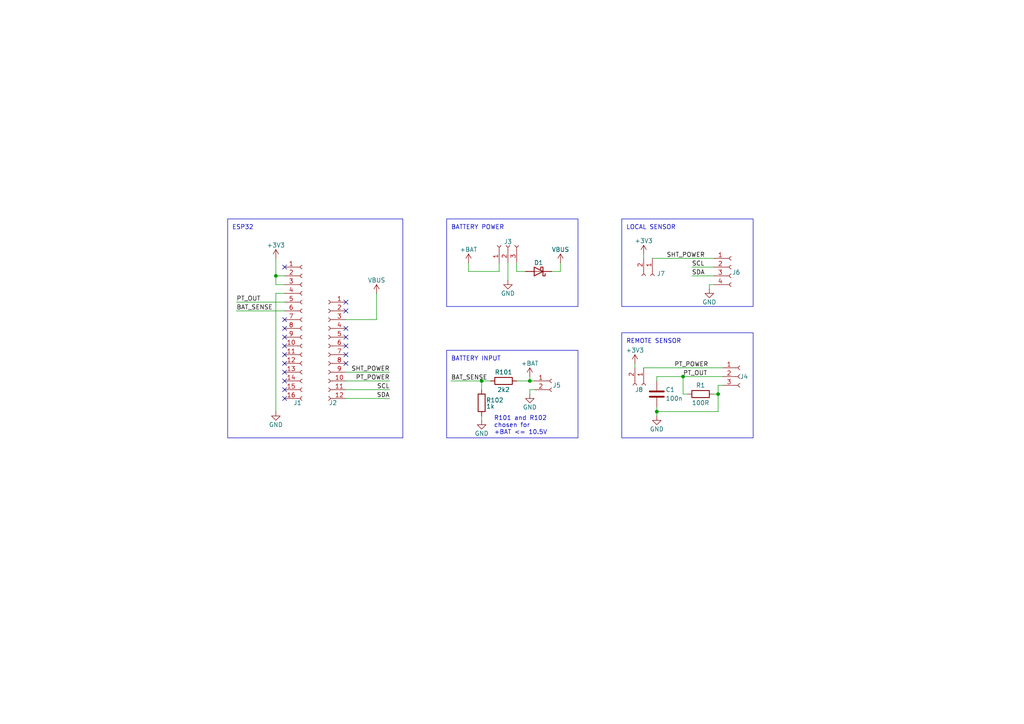
<source format=kicad_sch>
(kicad_sch
	(version 20231120)
	(generator "eeschema")
	(generator_version "8.0")
	(uuid "090a7648-7223-4a22-bce8-061d089e7687")
	(paper "A4")
	(title_block
		(title "Applied IoT")
		(date "2025-06-26")
		(rev "1")
		(company "Alfred Wrigfors")
		(comment 1 "Prototype schematic")
	)
	(lib_symbols
		(symbol "Connector:Conn_01x02_Socket"
			(pin_names
				(offset 1.016) hide)
			(exclude_from_sim no)
			(in_bom yes)
			(on_board yes)
			(property "Reference" "J"
				(at 0 2.54 0)
				(effects
					(font
						(size 1.27 1.27)
					)
				)
			)
			(property "Value" "Conn_01x02_Socket"
				(at 0 -5.08 0)
				(effects
					(font
						(size 1.27 1.27)
					)
				)
			)
			(property "Footprint" ""
				(at 0 0 0)
				(effects
					(font
						(size 1.27 1.27)
					)
					(hide yes)
				)
			)
			(property "Datasheet" "~"
				(at 0 0 0)
				(effects
					(font
						(size 1.27 1.27)
					)
					(hide yes)
				)
			)
			(property "Description" "Generic connector, single row, 01x02, script generated"
				(at 0 0 0)
				(effects
					(font
						(size 1.27 1.27)
					)
					(hide yes)
				)
			)
			(property "ki_locked" ""
				(at 0 0 0)
				(effects
					(font
						(size 1.27 1.27)
					)
				)
			)
			(property "ki_keywords" "connector"
				(at 0 0 0)
				(effects
					(font
						(size 1.27 1.27)
					)
					(hide yes)
				)
			)
			(property "ki_fp_filters" "Connector*:*_1x??_*"
				(at 0 0 0)
				(effects
					(font
						(size 1.27 1.27)
					)
					(hide yes)
				)
			)
			(symbol "Conn_01x02_Socket_1_1"
				(arc
					(start 0 -2.032)
					(mid -0.5058 -2.54)
					(end 0 -3.048)
					(stroke
						(width 0.1524)
						(type default)
					)
					(fill
						(type none)
					)
				)
				(polyline
					(pts
						(xy -1.27 -2.54) (xy -0.508 -2.54)
					)
					(stroke
						(width 0.1524)
						(type default)
					)
					(fill
						(type none)
					)
				)
				(polyline
					(pts
						(xy -1.27 0) (xy -0.508 0)
					)
					(stroke
						(width 0.1524)
						(type default)
					)
					(fill
						(type none)
					)
				)
				(arc
					(start 0 0.508)
					(mid -0.5058 0)
					(end 0 -0.508)
					(stroke
						(width 0.1524)
						(type default)
					)
					(fill
						(type none)
					)
				)
				(pin passive line
					(at -5.08 0 0)
					(length 3.81)
					(name "Pin_1"
						(effects
							(font
								(size 1.27 1.27)
							)
						)
					)
					(number "1"
						(effects
							(font
								(size 1.27 1.27)
							)
						)
					)
				)
				(pin passive line
					(at -5.08 -2.54 0)
					(length 3.81)
					(name "Pin_2"
						(effects
							(font
								(size 1.27 1.27)
							)
						)
					)
					(number "2"
						(effects
							(font
								(size 1.27 1.27)
							)
						)
					)
				)
			)
		)
		(symbol "Connector:Conn_01x03_Socket"
			(pin_names
				(offset 1.016) hide)
			(exclude_from_sim no)
			(in_bom yes)
			(on_board yes)
			(property "Reference" "J"
				(at 0 5.08 0)
				(effects
					(font
						(size 1.27 1.27)
					)
				)
			)
			(property "Value" "Conn_01x03_Socket"
				(at 0 -5.08 0)
				(effects
					(font
						(size 1.27 1.27)
					)
				)
			)
			(property "Footprint" ""
				(at 0 0 0)
				(effects
					(font
						(size 1.27 1.27)
					)
					(hide yes)
				)
			)
			(property "Datasheet" "~"
				(at 0 0 0)
				(effects
					(font
						(size 1.27 1.27)
					)
					(hide yes)
				)
			)
			(property "Description" "Generic connector, single row, 01x03, script generated"
				(at 0 0 0)
				(effects
					(font
						(size 1.27 1.27)
					)
					(hide yes)
				)
			)
			(property "ki_locked" ""
				(at 0 0 0)
				(effects
					(font
						(size 1.27 1.27)
					)
				)
			)
			(property "ki_keywords" "connector"
				(at 0 0 0)
				(effects
					(font
						(size 1.27 1.27)
					)
					(hide yes)
				)
			)
			(property "ki_fp_filters" "Connector*:*_1x??_*"
				(at 0 0 0)
				(effects
					(font
						(size 1.27 1.27)
					)
					(hide yes)
				)
			)
			(symbol "Conn_01x03_Socket_1_1"
				(arc
					(start 0 -2.032)
					(mid -0.5058 -2.54)
					(end 0 -3.048)
					(stroke
						(width 0.1524)
						(type default)
					)
					(fill
						(type none)
					)
				)
				(polyline
					(pts
						(xy -1.27 -2.54) (xy -0.508 -2.54)
					)
					(stroke
						(width 0.1524)
						(type default)
					)
					(fill
						(type none)
					)
				)
				(polyline
					(pts
						(xy -1.27 0) (xy -0.508 0)
					)
					(stroke
						(width 0.1524)
						(type default)
					)
					(fill
						(type none)
					)
				)
				(polyline
					(pts
						(xy -1.27 2.54) (xy -0.508 2.54)
					)
					(stroke
						(width 0.1524)
						(type default)
					)
					(fill
						(type none)
					)
				)
				(arc
					(start 0 0.508)
					(mid -0.5058 0)
					(end 0 -0.508)
					(stroke
						(width 0.1524)
						(type default)
					)
					(fill
						(type none)
					)
				)
				(arc
					(start 0 3.048)
					(mid -0.5058 2.54)
					(end 0 2.032)
					(stroke
						(width 0.1524)
						(type default)
					)
					(fill
						(type none)
					)
				)
				(pin passive line
					(at -5.08 2.54 0)
					(length 3.81)
					(name "Pin_1"
						(effects
							(font
								(size 1.27 1.27)
							)
						)
					)
					(number "1"
						(effects
							(font
								(size 1.27 1.27)
							)
						)
					)
				)
				(pin passive line
					(at -5.08 0 0)
					(length 3.81)
					(name "Pin_2"
						(effects
							(font
								(size 1.27 1.27)
							)
						)
					)
					(number "2"
						(effects
							(font
								(size 1.27 1.27)
							)
						)
					)
				)
				(pin passive line
					(at -5.08 -2.54 0)
					(length 3.81)
					(name "Pin_3"
						(effects
							(font
								(size 1.27 1.27)
							)
						)
					)
					(number "3"
						(effects
							(font
								(size 1.27 1.27)
							)
						)
					)
				)
			)
		)
		(symbol "Connector:Conn_01x04_Socket"
			(pin_names
				(offset 1.016) hide)
			(exclude_from_sim no)
			(in_bom yes)
			(on_board yes)
			(property "Reference" "J"
				(at 0 5.08 0)
				(effects
					(font
						(size 1.27 1.27)
					)
				)
			)
			(property "Value" "Conn_01x04_Socket"
				(at 0 -7.62 0)
				(effects
					(font
						(size 1.27 1.27)
					)
				)
			)
			(property "Footprint" ""
				(at 0 0 0)
				(effects
					(font
						(size 1.27 1.27)
					)
					(hide yes)
				)
			)
			(property "Datasheet" "~"
				(at 0 0 0)
				(effects
					(font
						(size 1.27 1.27)
					)
					(hide yes)
				)
			)
			(property "Description" "Generic connector, single row, 01x04, script generated"
				(at 0 0 0)
				(effects
					(font
						(size 1.27 1.27)
					)
					(hide yes)
				)
			)
			(property "ki_locked" ""
				(at 0 0 0)
				(effects
					(font
						(size 1.27 1.27)
					)
				)
			)
			(property "ki_keywords" "connector"
				(at 0 0 0)
				(effects
					(font
						(size 1.27 1.27)
					)
					(hide yes)
				)
			)
			(property "ki_fp_filters" "Connector*:*_1x??_*"
				(at 0 0 0)
				(effects
					(font
						(size 1.27 1.27)
					)
					(hide yes)
				)
			)
			(symbol "Conn_01x04_Socket_1_1"
				(arc
					(start 0 -4.572)
					(mid -0.5058 -5.08)
					(end 0 -5.588)
					(stroke
						(width 0.1524)
						(type default)
					)
					(fill
						(type none)
					)
				)
				(arc
					(start 0 -2.032)
					(mid -0.5058 -2.54)
					(end 0 -3.048)
					(stroke
						(width 0.1524)
						(type default)
					)
					(fill
						(type none)
					)
				)
				(polyline
					(pts
						(xy -1.27 -5.08) (xy -0.508 -5.08)
					)
					(stroke
						(width 0.1524)
						(type default)
					)
					(fill
						(type none)
					)
				)
				(polyline
					(pts
						(xy -1.27 -2.54) (xy -0.508 -2.54)
					)
					(stroke
						(width 0.1524)
						(type default)
					)
					(fill
						(type none)
					)
				)
				(polyline
					(pts
						(xy -1.27 0) (xy -0.508 0)
					)
					(stroke
						(width 0.1524)
						(type default)
					)
					(fill
						(type none)
					)
				)
				(polyline
					(pts
						(xy -1.27 2.54) (xy -0.508 2.54)
					)
					(stroke
						(width 0.1524)
						(type default)
					)
					(fill
						(type none)
					)
				)
				(arc
					(start 0 0.508)
					(mid -0.5058 0)
					(end 0 -0.508)
					(stroke
						(width 0.1524)
						(type default)
					)
					(fill
						(type none)
					)
				)
				(arc
					(start 0 3.048)
					(mid -0.5058 2.54)
					(end 0 2.032)
					(stroke
						(width 0.1524)
						(type default)
					)
					(fill
						(type none)
					)
				)
				(pin passive line
					(at -5.08 2.54 0)
					(length 3.81)
					(name "Pin_1"
						(effects
							(font
								(size 1.27 1.27)
							)
						)
					)
					(number "1"
						(effects
							(font
								(size 1.27 1.27)
							)
						)
					)
				)
				(pin passive line
					(at -5.08 0 0)
					(length 3.81)
					(name "Pin_2"
						(effects
							(font
								(size 1.27 1.27)
							)
						)
					)
					(number "2"
						(effects
							(font
								(size 1.27 1.27)
							)
						)
					)
				)
				(pin passive line
					(at -5.08 -2.54 0)
					(length 3.81)
					(name "Pin_3"
						(effects
							(font
								(size 1.27 1.27)
							)
						)
					)
					(number "3"
						(effects
							(font
								(size 1.27 1.27)
							)
						)
					)
				)
				(pin passive line
					(at -5.08 -5.08 0)
					(length 3.81)
					(name "Pin_4"
						(effects
							(font
								(size 1.27 1.27)
							)
						)
					)
					(number "4"
						(effects
							(font
								(size 1.27 1.27)
							)
						)
					)
				)
			)
		)
		(symbol "Connector:Conn_01x12_Socket"
			(pin_names
				(offset 1.016) hide)
			(exclude_from_sim no)
			(in_bom yes)
			(on_board yes)
			(property "Reference" "J"
				(at 0 15.24 0)
				(effects
					(font
						(size 1.27 1.27)
					)
				)
			)
			(property "Value" "Conn_01x12_Socket"
				(at 0 -17.78 0)
				(effects
					(font
						(size 1.27 1.27)
					)
				)
			)
			(property "Footprint" ""
				(at 0 0 0)
				(effects
					(font
						(size 1.27 1.27)
					)
					(hide yes)
				)
			)
			(property "Datasheet" "~"
				(at 0 0 0)
				(effects
					(font
						(size 1.27 1.27)
					)
					(hide yes)
				)
			)
			(property "Description" "Generic connector, single row, 01x12, script generated"
				(at 0 0 0)
				(effects
					(font
						(size 1.27 1.27)
					)
					(hide yes)
				)
			)
			(property "ki_locked" ""
				(at 0 0 0)
				(effects
					(font
						(size 1.27 1.27)
					)
				)
			)
			(property "ki_keywords" "connector"
				(at 0 0 0)
				(effects
					(font
						(size 1.27 1.27)
					)
					(hide yes)
				)
			)
			(property "ki_fp_filters" "Connector*:*_1x??_*"
				(at 0 0 0)
				(effects
					(font
						(size 1.27 1.27)
					)
					(hide yes)
				)
			)
			(symbol "Conn_01x12_Socket_1_1"
				(arc
					(start 0 -14.732)
					(mid -0.5058 -15.24)
					(end 0 -15.748)
					(stroke
						(width 0.1524)
						(type default)
					)
					(fill
						(type none)
					)
				)
				(arc
					(start 0 -12.192)
					(mid -0.5058 -12.7)
					(end 0 -13.208)
					(stroke
						(width 0.1524)
						(type default)
					)
					(fill
						(type none)
					)
				)
				(arc
					(start 0 -9.652)
					(mid -0.5058 -10.16)
					(end 0 -10.668)
					(stroke
						(width 0.1524)
						(type default)
					)
					(fill
						(type none)
					)
				)
				(arc
					(start 0 -7.112)
					(mid -0.5058 -7.62)
					(end 0 -8.128)
					(stroke
						(width 0.1524)
						(type default)
					)
					(fill
						(type none)
					)
				)
				(arc
					(start 0 -4.572)
					(mid -0.5058 -5.08)
					(end 0 -5.588)
					(stroke
						(width 0.1524)
						(type default)
					)
					(fill
						(type none)
					)
				)
				(arc
					(start 0 -2.032)
					(mid -0.5058 -2.54)
					(end 0 -3.048)
					(stroke
						(width 0.1524)
						(type default)
					)
					(fill
						(type none)
					)
				)
				(polyline
					(pts
						(xy -1.27 -15.24) (xy -0.508 -15.24)
					)
					(stroke
						(width 0.1524)
						(type default)
					)
					(fill
						(type none)
					)
				)
				(polyline
					(pts
						(xy -1.27 -12.7) (xy -0.508 -12.7)
					)
					(stroke
						(width 0.1524)
						(type default)
					)
					(fill
						(type none)
					)
				)
				(polyline
					(pts
						(xy -1.27 -10.16) (xy -0.508 -10.16)
					)
					(stroke
						(width 0.1524)
						(type default)
					)
					(fill
						(type none)
					)
				)
				(polyline
					(pts
						(xy -1.27 -7.62) (xy -0.508 -7.62)
					)
					(stroke
						(width 0.1524)
						(type default)
					)
					(fill
						(type none)
					)
				)
				(polyline
					(pts
						(xy -1.27 -5.08) (xy -0.508 -5.08)
					)
					(stroke
						(width 0.1524)
						(type default)
					)
					(fill
						(type none)
					)
				)
				(polyline
					(pts
						(xy -1.27 -2.54) (xy -0.508 -2.54)
					)
					(stroke
						(width 0.1524)
						(type default)
					)
					(fill
						(type none)
					)
				)
				(polyline
					(pts
						(xy -1.27 0) (xy -0.508 0)
					)
					(stroke
						(width 0.1524)
						(type default)
					)
					(fill
						(type none)
					)
				)
				(polyline
					(pts
						(xy -1.27 2.54) (xy -0.508 2.54)
					)
					(stroke
						(width 0.1524)
						(type default)
					)
					(fill
						(type none)
					)
				)
				(polyline
					(pts
						(xy -1.27 5.08) (xy -0.508 5.08)
					)
					(stroke
						(width 0.1524)
						(type default)
					)
					(fill
						(type none)
					)
				)
				(polyline
					(pts
						(xy -1.27 7.62) (xy -0.508 7.62)
					)
					(stroke
						(width 0.1524)
						(type default)
					)
					(fill
						(type none)
					)
				)
				(polyline
					(pts
						(xy -1.27 10.16) (xy -0.508 10.16)
					)
					(stroke
						(width 0.1524)
						(type default)
					)
					(fill
						(type none)
					)
				)
				(polyline
					(pts
						(xy -1.27 12.7) (xy -0.508 12.7)
					)
					(stroke
						(width 0.1524)
						(type default)
					)
					(fill
						(type none)
					)
				)
				(arc
					(start 0 0.508)
					(mid -0.5058 0)
					(end 0 -0.508)
					(stroke
						(width 0.1524)
						(type default)
					)
					(fill
						(type none)
					)
				)
				(arc
					(start 0 3.048)
					(mid -0.5058 2.54)
					(end 0 2.032)
					(stroke
						(width 0.1524)
						(type default)
					)
					(fill
						(type none)
					)
				)
				(arc
					(start 0 5.588)
					(mid -0.5058 5.08)
					(end 0 4.572)
					(stroke
						(width 0.1524)
						(type default)
					)
					(fill
						(type none)
					)
				)
				(arc
					(start 0 8.128)
					(mid -0.5058 7.62)
					(end 0 7.112)
					(stroke
						(width 0.1524)
						(type default)
					)
					(fill
						(type none)
					)
				)
				(arc
					(start 0 10.668)
					(mid -0.5058 10.16)
					(end 0 9.652)
					(stroke
						(width 0.1524)
						(type default)
					)
					(fill
						(type none)
					)
				)
				(arc
					(start 0 13.208)
					(mid -0.5058 12.7)
					(end 0 12.192)
					(stroke
						(width 0.1524)
						(type default)
					)
					(fill
						(type none)
					)
				)
				(pin passive line
					(at -5.08 12.7 0)
					(length 3.81)
					(name "Pin_1"
						(effects
							(font
								(size 1.27 1.27)
							)
						)
					)
					(number "1"
						(effects
							(font
								(size 1.27 1.27)
							)
						)
					)
				)
				(pin passive line
					(at -5.08 -10.16 0)
					(length 3.81)
					(name "Pin_10"
						(effects
							(font
								(size 1.27 1.27)
							)
						)
					)
					(number "10"
						(effects
							(font
								(size 1.27 1.27)
							)
						)
					)
				)
				(pin passive line
					(at -5.08 -12.7 0)
					(length 3.81)
					(name "Pin_11"
						(effects
							(font
								(size 1.27 1.27)
							)
						)
					)
					(number "11"
						(effects
							(font
								(size 1.27 1.27)
							)
						)
					)
				)
				(pin passive line
					(at -5.08 -15.24 0)
					(length 3.81)
					(name "Pin_12"
						(effects
							(font
								(size 1.27 1.27)
							)
						)
					)
					(number "12"
						(effects
							(font
								(size 1.27 1.27)
							)
						)
					)
				)
				(pin passive line
					(at -5.08 10.16 0)
					(length 3.81)
					(name "Pin_2"
						(effects
							(font
								(size 1.27 1.27)
							)
						)
					)
					(number "2"
						(effects
							(font
								(size 1.27 1.27)
							)
						)
					)
				)
				(pin passive line
					(at -5.08 7.62 0)
					(length 3.81)
					(name "Pin_3"
						(effects
							(font
								(size 1.27 1.27)
							)
						)
					)
					(number "3"
						(effects
							(font
								(size 1.27 1.27)
							)
						)
					)
				)
				(pin passive line
					(at -5.08 5.08 0)
					(length 3.81)
					(name "Pin_4"
						(effects
							(font
								(size 1.27 1.27)
							)
						)
					)
					(number "4"
						(effects
							(font
								(size 1.27 1.27)
							)
						)
					)
				)
				(pin passive line
					(at -5.08 2.54 0)
					(length 3.81)
					(name "Pin_5"
						(effects
							(font
								(size 1.27 1.27)
							)
						)
					)
					(number "5"
						(effects
							(font
								(size 1.27 1.27)
							)
						)
					)
				)
				(pin passive line
					(at -5.08 0 0)
					(length 3.81)
					(name "Pin_6"
						(effects
							(font
								(size 1.27 1.27)
							)
						)
					)
					(number "6"
						(effects
							(font
								(size 1.27 1.27)
							)
						)
					)
				)
				(pin passive line
					(at -5.08 -2.54 0)
					(length 3.81)
					(name "Pin_7"
						(effects
							(font
								(size 1.27 1.27)
							)
						)
					)
					(number "7"
						(effects
							(font
								(size 1.27 1.27)
							)
						)
					)
				)
				(pin passive line
					(at -5.08 -5.08 0)
					(length 3.81)
					(name "Pin_8"
						(effects
							(font
								(size 1.27 1.27)
							)
						)
					)
					(number "8"
						(effects
							(font
								(size 1.27 1.27)
							)
						)
					)
				)
				(pin passive line
					(at -5.08 -7.62 0)
					(length 3.81)
					(name "Pin_9"
						(effects
							(font
								(size 1.27 1.27)
							)
						)
					)
					(number "9"
						(effects
							(font
								(size 1.27 1.27)
							)
						)
					)
				)
			)
		)
		(symbol "Connector:Conn_01x16_Socket"
			(pin_names
				(offset 1.016) hide)
			(exclude_from_sim no)
			(in_bom yes)
			(on_board yes)
			(property "Reference" "J"
				(at 0 20.32 0)
				(effects
					(font
						(size 1.27 1.27)
					)
				)
			)
			(property "Value" "Conn_01x16_Socket"
				(at 0 -22.86 0)
				(effects
					(font
						(size 1.27 1.27)
					)
				)
			)
			(property "Footprint" ""
				(at 0 0 0)
				(effects
					(font
						(size 1.27 1.27)
					)
					(hide yes)
				)
			)
			(property "Datasheet" "~"
				(at 0 0 0)
				(effects
					(font
						(size 1.27 1.27)
					)
					(hide yes)
				)
			)
			(property "Description" "Generic connector, single row, 01x16, script generated"
				(at 0 0 0)
				(effects
					(font
						(size 1.27 1.27)
					)
					(hide yes)
				)
			)
			(property "ki_locked" ""
				(at 0 0 0)
				(effects
					(font
						(size 1.27 1.27)
					)
				)
			)
			(property "ki_keywords" "connector"
				(at 0 0 0)
				(effects
					(font
						(size 1.27 1.27)
					)
					(hide yes)
				)
			)
			(property "ki_fp_filters" "Connector*:*_1x??_*"
				(at 0 0 0)
				(effects
					(font
						(size 1.27 1.27)
					)
					(hide yes)
				)
			)
			(symbol "Conn_01x16_Socket_1_1"
				(arc
					(start 0 -19.812)
					(mid -0.5058 -20.32)
					(end 0 -20.828)
					(stroke
						(width 0.1524)
						(type default)
					)
					(fill
						(type none)
					)
				)
				(arc
					(start 0 -17.272)
					(mid -0.5058 -17.78)
					(end 0 -18.288)
					(stroke
						(width 0.1524)
						(type default)
					)
					(fill
						(type none)
					)
				)
				(arc
					(start 0 -14.732)
					(mid -0.5058 -15.24)
					(end 0 -15.748)
					(stroke
						(width 0.1524)
						(type default)
					)
					(fill
						(type none)
					)
				)
				(arc
					(start 0 -12.192)
					(mid -0.5058 -12.7)
					(end 0 -13.208)
					(stroke
						(width 0.1524)
						(type default)
					)
					(fill
						(type none)
					)
				)
				(arc
					(start 0 -9.652)
					(mid -0.5058 -10.16)
					(end 0 -10.668)
					(stroke
						(width 0.1524)
						(type default)
					)
					(fill
						(type none)
					)
				)
				(arc
					(start 0 -7.112)
					(mid -0.5058 -7.62)
					(end 0 -8.128)
					(stroke
						(width 0.1524)
						(type default)
					)
					(fill
						(type none)
					)
				)
				(arc
					(start 0 -4.572)
					(mid -0.5058 -5.08)
					(end 0 -5.588)
					(stroke
						(width 0.1524)
						(type default)
					)
					(fill
						(type none)
					)
				)
				(arc
					(start 0 -2.032)
					(mid -0.5058 -2.54)
					(end 0 -3.048)
					(stroke
						(width 0.1524)
						(type default)
					)
					(fill
						(type none)
					)
				)
				(polyline
					(pts
						(xy -1.27 -20.32) (xy -0.508 -20.32)
					)
					(stroke
						(width 0.1524)
						(type default)
					)
					(fill
						(type none)
					)
				)
				(polyline
					(pts
						(xy -1.27 -17.78) (xy -0.508 -17.78)
					)
					(stroke
						(width 0.1524)
						(type default)
					)
					(fill
						(type none)
					)
				)
				(polyline
					(pts
						(xy -1.27 -15.24) (xy -0.508 -15.24)
					)
					(stroke
						(width 0.1524)
						(type default)
					)
					(fill
						(type none)
					)
				)
				(polyline
					(pts
						(xy -1.27 -12.7) (xy -0.508 -12.7)
					)
					(stroke
						(width 0.1524)
						(type default)
					)
					(fill
						(type none)
					)
				)
				(polyline
					(pts
						(xy -1.27 -10.16) (xy -0.508 -10.16)
					)
					(stroke
						(width 0.1524)
						(type default)
					)
					(fill
						(type none)
					)
				)
				(polyline
					(pts
						(xy -1.27 -7.62) (xy -0.508 -7.62)
					)
					(stroke
						(width 0.1524)
						(type default)
					)
					(fill
						(type none)
					)
				)
				(polyline
					(pts
						(xy -1.27 -5.08) (xy -0.508 -5.08)
					)
					(stroke
						(width 0.1524)
						(type default)
					)
					(fill
						(type none)
					)
				)
				(polyline
					(pts
						(xy -1.27 -2.54) (xy -0.508 -2.54)
					)
					(stroke
						(width 0.1524)
						(type default)
					)
					(fill
						(type none)
					)
				)
				(polyline
					(pts
						(xy -1.27 0) (xy -0.508 0)
					)
					(stroke
						(width 0.1524)
						(type default)
					)
					(fill
						(type none)
					)
				)
				(polyline
					(pts
						(xy -1.27 2.54) (xy -0.508 2.54)
					)
					(stroke
						(width 0.1524)
						(type default)
					)
					(fill
						(type none)
					)
				)
				(polyline
					(pts
						(xy -1.27 5.08) (xy -0.508 5.08)
					)
					(stroke
						(width 0.1524)
						(type default)
					)
					(fill
						(type none)
					)
				)
				(polyline
					(pts
						(xy -1.27 7.62) (xy -0.508 7.62)
					)
					(stroke
						(width 0.1524)
						(type default)
					)
					(fill
						(type none)
					)
				)
				(polyline
					(pts
						(xy -1.27 10.16) (xy -0.508 10.16)
					)
					(stroke
						(width 0.1524)
						(type default)
					)
					(fill
						(type none)
					)
				)
				(polyline
					(pts
						(xy -1.27 12.7) (xy -0.508 12.7)
					)
					(stroke
						(width 0.1524)
						(type default)
					)
					(fill
						(type none)
					)
				)
				(polyline
					(pts
						(xy -1.27 15.24) (xy -0.508 15.24)
					)
					(stroke
						(width 0.1524)
						(type default)
					)
					(fill
						(type none)
					)
				)
				(polyline
					(pts
						(xy -1.27 17.78) (xy -0.508 17.78)
					)
					(stroke
						(width 0.1524)
						(type default)
					)
					(fill
						(type none)
					)
				)
				(arc
					(start 0 0.508)
					(mid -0.5058 0)
					(end 0 -0.508)
					(stroke
						(width 0.1524)
						(type default)
					)
					(fill
						(type none)
					)
				)
				(arc
					(start 0 3.048)
					(mid -0.5058 2.54)
					(end 0 2.032)
					(stroke
						(width 0.1524)
						(type default)
					)
					(fill
						(type none)
					)
				)
				(arc
					(start 0 5.588)
					(mid -0.5058 5.08)
					(end 0 4.572)
					(stroke
						(width 0.1524)
						(type default)
					)
					(fill
						(type none)
					)
				)
				(arc
					(start 0 8.128)
					(mid -0.5058 7.62)
					(end 0 7.112)
					(stroke
						(width 0.1524)
						(type default)
					)
					(fill
						(type none)
					)
				)
				(arc
					(start 0 10.668)
					(mid -0.5058 10.16)
					(end 0 9.652)
					(stroke
						(width 0.1524)
						(type default)
					)
					(fill
						(type none)
					)
				)
				(arc
					(start 0 13.208)
					(mid -0.5058 12.7)
					(end 0 12.192)
					(stroke
						(width 0.1524)
						(type default)
					)
					(fill
						(type none)
					)
				)
				(arc
					(start 0 15.748)
					(mid -0.5058 15.24)
					(end 0 14.732)
					(stroke
						(width 0.1524)
						(type default)
					)
					(fill
						(type none)
					)
				)
				(arc
					(start 0 18.288)
					(mid -0.5058 17.78)
					(end 0 17.272)
					(stroke
						(width 0.1524)
						(type default)
					)
					(fill
						(type none)
					)
				)
				(pin passive line
					(at -5.08 17.78 0)
					(length 3.81)
					(name "Pin_1"
						(effects
							(font
								(size 1.27 1.27)
							)
						)
					)
					(number "1"
						(effects
							(font
								(size 1.27 1.27)
							)
						)
					)
				)
				(pin passive line
					(at -5.08 -5.08 0)
					(length 3.81)
					(name "Pin_10"
						(effects
							(font
								(size 1.27 1.27)
							)
						)
					)
					(number "10"
						(effects
							(font
								(size 1.27 1.27)
							)
						)
					)
				)
				(pin passive line
					(at -5.08 -7.62 0)
					(length 3.81)
					(name "Pin_11"
						(effects
							(font
								(size 1.27 1.27)
							)
						)
					)
					(number "11"
						(effects
							(font
								(size 1.27 1.27)
							)
						)
					)
				)
				(pin passive line
					(at -5.08 -10.16 0)
					(length 3.81)
					(name "Pin_12"
						(effects
							(font
								(size 1.27 1.27)
							)
						)
					)
					(number "12"
						(effects
							(font
								(size 1.27 1.27)
							)
						)
					)
				)
				(pin passive line
					(at -5.08 -12.7 0)
					(length 3.81)
					(name "Pin_13"
						(effects
							(font
								(size 1.27 1.27)
							)
						)
					)
					(number "13"
						(effects
							(font
								(size 1.27 1.27)
							)
						)
					)
				)
				(pin passive line
					(at -5.08 -15.24 0)
					(length 3.81)
					(name "Pin_14"
						(effects
							(font
								(size 1.27 1.27)
							)
						)
					)
					(number "14"
						(effects
							(font
								(size 1.27 1.27)
							)
						)
					)
				)
				(pin passive line
					(at -5.08 -17.78 0)
					(length 3.81)
					(name "Pin_15"
						(effects
							(font
								(size 1.27 1.27)
							)
						)
					)
					(number "15"
						(effects
							(font
								(size 1.27 1.27)
							)
						)
					)
				)
				(pin passive line
					(at -5.08 -20.32 0)
					(length 3.81)
					(name "Pin_16"
						(effects
							(font
								(size 1.27 1.27)
							)
						)
					)
					(number "16"
						(effects
							(font
								(size 1.27 1.27)
							)
						)
					)
				)
				(pin passive line
					(at -5.08 15.24 0)
					(length 3.81)
					(name "Pin_2"
						(effects
							(font
								(size 1.27 1.27)
							)
						)
					)
					(number "2"
						(effects
							(font
								(size 1.27 1.27)
							)
						)
					)
				)
				(pin passive line
					(at -5.08 12.7 0)
					(length 3.81)
					(name "Pin_3"
						(effects
							(font
								(size 1.27 1.27)
							)
						)
					)
					(number "3"
						(effects
							(font
								(size 1.27 1.27)
							)
						)
					)
				)
				(pin passive line
					(at -5.08 10.16 0)
					(length 3.81)
					(name "Pin_4"
						(effects
							(font
								(size 1.27 1.27)
							)
						)
					)
					(number "4"
						(effects
							(font
								(size 1.27 1.27)
							)
						)
					)
				)
				(pin passive line
					(at -5.08 7.62 0)
					(length 3.81)
					(name "Pin_5"
						(effects
							(font
								(size 1.27 1.27)
							)
						)
					)
					(number "5"
						(effects
							(font
								(size 1.27 1.27)
							)
						)
					)
				)
				(pin passive line
					(at -5.08 5.08 0)
					(length 3.81)
					(name "Pin_6"
						(effects
							(font
								(size 1.27 1.27)
							)
						)
					)
					(number "6"
						(effects
							(font
								(size 1.27 1.27)
							)
						)
					)
				)
				(pin passive line
					(at -5.08 2.54 0)
					(length 3.81)
					(name "Pin_7"
						(effects
							(font
								(size 1.27 1.27)
							)
						)
					)
					(number "7"
						(effects
							(font
								(size 1.27 1.27)
							)
						)
					)
				)
				(pin passive line
					(at -5.08 0 0)
					(length 3.81)
					(name "Pin_8"
						(effects
							(font
								(size 1.27 1.27)
							)
						)
					)
					(number "8"
						(effects
							(font
								(size 1.27 1.27)
							)
						)
					)
				)
				(pin passive line
					(at -5.08 -2.54 0)
					(length 3.81)
					(name "Pin_9"
						(effects
							(font
								(size 1.27 1.27)
							)
						)
					)
					(number "9"
						(effects
							(font
								(size 1.27 1.27)
							)
						)
					)
				)
			)
		)
		(symbol "Device:C"
			(pin_numbers hide)
			(pin_names
				(offset 0.254)
			)
			(exclude_from_sim no)
			(in_bom yes)
			(on_board yes)
			(property "Reference" "C"
				(at 0.635 2.54 0)
				(effects
					(font
						(size 1.27 1.27)
					)
					(justify left)
				)
			)
			(property "Value" "C"
				(at 0.635 -2.54 0)
				(effects
					(font
						(size 1.27 1.27)
					)
					(justify left)
				)
			)
			(property "Footprint" ""
				(at 0.9652 -3.81 0)
				(effects
					(font
						(size 1.27 1.27)
					)
					(hide yes)
				)
			)
			(property "Datasheet" "~"
				(at 0 0 0)
				(effects
					(font
						(size 1.27 1.27)
					)
					(hide yes)
				)
			)
			(property "Description" "Unpolarized capacitor"
				(at 0 0 0)
				(effects
					(font
						(size 1.27 1.27)
					)
					(hide yes)
				)
			)
			(property "ki_keywords" "cap capacitor"
				(at 0 0 0)
				(effects
					(font
						(size 1.27 1.27)
					)
					(hide yes)
				)
			)
			(property "ki_fp_filters" "C_*"
				(at 0 0 0)
				(effects
					(font
						(size 1.27 1.27)
					)
					(hide yes)
				)
			)
			(symbol "C_0_1"
				(polyline
					(pts
						(xy -2.032 -0.762) (xy 2.032 -0.762)
					)
					(stroke
						(width 0.508)
						(type default)
					)
					(fill
						(type none)
					)
				)
				(polyline
					(pts
						(xy -2.032 0.762) (xy 2.032 0.762)
					)
					(stroke
						(width 0.508)
						(type default)
					)
					(fill
						(type none)
					)
				)
			)
			(symbol "C_1_1"
				(pin passive line
					(at 0 3.81 270)
					(length 2.794)
					(name "~"
						(effects
							(font
								(size 1.27 1.27)
							)
						)
					)
					(number "1"
						(effects
							(font
								(size 1.27 1.27)
							)
						)
					)
				)
				(pin passive line
					(at 0 -3.81 90)
					(length 2.794)
					(name "~"
						(effects
							(font
								(size 1.27 1.27)
							)
						)
					)
					(number "2"
						(effects
							(font
								(size 1.27 1.27)
							)
						)
					)
				)
			)
		)
		(symbol "Device:D_Schottky"
			(pin_numbers hide)
			(pin_names
				(offset 1.016) hide)
			(exclude_from_sim no)
			(in_bom yes)
			(on_board yes)
			(property "Reference" "D"
				(at 0 2.54 0)
				(effects
					(font
						(size 1.27 1.27)
					)
				)
			)
			(property "Value" "D_Schottky"
				(at 0 -2.54 0)
				(effects
					(font
						(size 1.27 1.27)
					)
				)
			)
			(property "Footprint" ""
				(at 0 0 0)
				(effects
					(font
						(size 1.27 1.27)
					)
					(hide yes)
				)
			)
			(property "Datasheet" "~"
				(at 0 0 0)
				(effects
					(font
						(size 1.27 1.27)
					)
					(hide yes)
				)
			)
			(property "Description" "Schottky diode"
				(at 0 0 0)
				(effects
					(font
						(size 1.27 1.27)
					)
					(hide yes)
				)
			)
			(property "ki_keywords" "diode Schottky"
				(at 0 0 0)
				(effects
					(font
						(size 1.27 1.27)
					)
					(hide yes)
				)
			)
			(property "ki_fp_filters" "TO-???* *_Diode_* *SingleDiode* D_*"
				(at 0 0 0)
				(effects
					(font
						(size 1.27 1.27)
					)
					(hide yes)
				)
			)
			(symbol "D_Schottky_0_1"
				(polyline
					(pts
						(xy 1.27 0) (xy -1.27 0)
					)
					(stroke
						(width 0)
						(type default)
					)
					(fill
						(type none)
					)
				)
				(polyline
					(pts
						(xy 1.27 1.27) (xy 1.27 -1.27) (xy -1.27 0) (xy 1.27 1.27)
					)
					(stroke
						(width 0.254)
						(type default)
					)
					(fill
						(type none)
					)
				)
				(polyline
					(pts
						(xy -1.905 0.635) (xy -1.905 1.27) (xy -1.27 1.27) (xy -1.27 -1.27) (xy -0.635 -1.27) (xy -0.635 -0.635)
					)
					(stroke
						(width 0.254)
						(type default)
					)
					(fill
						(type none)
					)
				)
			)
			(symbol "D_Schottky_1_1"
				(pin passive line
					(at -3.81 0 0)
					(length 2.54)
					(name "K"
						(effects
							(font
								(size 1.27 1.27)
							)
						)
					)
					(number "1"
						(effects
							(font
								(size 1.27 1.27)
							)
						)
					)
				)
				(pin passive line
					(at 3.81 0 180)
					(length 2.54)
					(name "A"
						(effects
							(font
								(size 1.27 1.27)
							)
						)
					)
					(number "2"
						(effects
							(font
								(size 1.27 1.27)
							)
						)
					)
				)
			)
		)
		(symbol "Device:R"
			(pin_numbers hide)
			(pin_names
				(offset 0)
			)
			(exclude_from_sim no)
			(in_bom yes)
			(on_board yes)
			(property "Reference" "R"
				(at 2.032 0 90)
				(effects
					(font
						(size 1.27 1.27)
					)
				)
			)
			(property "Value" "R"
				(at 0 0 90)
				(effects
					(font
						(size 1.27 1.27)
					)
				)
			)
			(property "Footprint" ""
				(at -1.778 0 90)
				(effects
					(font
						(size 1.27 1.27)
					)
					(hide yes)
				)
			)
			(property "Datasheet" "~"
				(at 0 0 0)
				(effects
					(font
						(size 1.27 1.27)
					)
					(hide yes)
				)
			)
			(property "Description" "Resistor"
				(at 0 0 0)
				(effects
					(font
						(size 1.27 1.27)
					)
					(hide yes)
				)
			)
			(property "ki_keywords" "R res resistor"
				(at 0 0 0)
				(effects
					(font
						(size 1.27 1.27)
					)
					(hide yes)
				)
			)
			(property "ki_fp_filters" "R_*"
				(at 0 0 0)
				(effects
					(font
						(size 1.27 1.27)
					)
					(hide yes)
				)
			)
			(symbol "R_0_1"
				(rectangle
					(start -1.016 -2.54)
					(end 1.016 2.54)
					(stroke
						(width 0.254)
						(type default)
					)
					(fill
						(type none)
					)
				)
			)
			(symbol "R_1_1"
				(pin passive line
					(at 0 3.81 270)
					(length 1.27)
					(name "~"
						(effects
							(font
								(size 1.27 1.27)
							)
						)
					)
					(number "1"
						(effects
							(font
								(size 1.27 1.27)
							)
						)
					)
				)
				(pin passive line
					(at 0 -3.81 90)
					(length 1.27)
					(name "~"
						(effects
							(font
								(size 1.27 1.27)
							)
						)
					)
					(number "2"
						(effects
							(font
								(size 1.27 1.27)
							)
						)
					)
				)
			)
		)
		(symbol "power:+3V3"
			(power)
			(pin_numbers hide)
			(pin_names
				(offset 0) hide)
			(exclude_from_sim no)
			(in_bom yes)
			(on_board yes)
			(property "Reference" "#PWR"
				(at 0 -3.81 0)
				(effects
					(font
						(size 1.27 1.27)
					)
					(hide yes)
				)
			)
			(property "Value" "+3V3"
				(at 0 3.556 0)
				(effects
					(font
						(size 1.27 1.27)
					)
				)
			)
			(property "Footprint" ""
				(at 0 0 0)
				(effects
					(font
						(size 1.27 1.27)
					)
					(hide yes)
				)
			)
			(property "Datasheet" ""
				(at 0 0 0)
				(effects
					(font
						(size 1.27 1.27)
					)
					(hide yes)
				)
			)
			(property "Description" "Power symbol creates a global label with name \"+3V3\""
				(at 0 0 0)
				(effects
					(font
						(size 1.27 1.27)
					)
					(hide yes)
				)
			)
			(property "ki_keywords" "global power"
				(at 0 0 0)
				(effects
					(font
						(size 1.27 1.27)
					)
					(hide yes)
				)
			)
			(symbol "+3V3_0_1"
				(polyline
					(pts
						(xy -0.762 1.27) (xy 0 2.54)
					)
					(stroke
						(width 0)
						(type default)
					)
					(fill
						(type none)
					)
				)
				(polyline
					(pts
						(xy 0 0) (xy 0 2.54)
					)
					(stroke
						(width 0)
						(type default)
					)
					(fill
						(type none)
					)
				)
				(polyline
					(pts
						(xy 0 2.54) (xy 0.762 1.27)
					)
					(stroke
						(width 0)
						(type default)
					)
					(fill
						(type none)
					)
				)
			)
			(symbol "+3V3_1_1"
				(pin power_in line
					(at 0 0 90)
					(length 0)
					(name "~"
						(effects
							(font
								(size 1.27 1.27)
							)
						)
					)
					(number "1"
						(effects
							(font
								(size 1.27 1.27)
							)
						)
					)
				)
			)
		)
		(symbol "power:+BATT"
			(power)
			(pin_numbers hide)
			(pin_names
				(offset 0) hide)
			(exclude_from_sim no)
			(in_bom yes)
			(on_board yes)
			(property "Reference" "#PWR"
				(at 0 -3.81 0)
				(effects
					(font
						(size 1.27 1.27)
					)
					(hide yes)
				)
			)
			(property "Value" "+BATT"
				(at 0 3.556 0)
				(effects
					(font
						(size 1.27 1.27)
					)
				)
			)
			(property "Footprint" ""
				(at 0 0 0)
				(effects
					(font
						(size 1.27 1.27)
					)
					(hide yes)
				)
			)
			(property "Datasheet" ""
				(at 0 0 0)
				(effects
					(font
						(size 1.27 1.27)
					)
					(hide yes)
				)
			)
			(property "Description" "Power symbol creates a global label with name \"+BATT\""
				(at 0 0 0)
				(effects
					(font
						(size 1.27 1.27)
					)
					(hide yes)
				)
			)
			(property "ki_keywords" "global power battery"
				(at 0 0 0)
				(effects
					(font
						(size 1.27 1.27)
					)
					(hide yes)
				)
			)
			(symbol "+BATT_0_1"
				(polyline
					(pts
						(xy -0.762 1.27) (xy 0 2.54)
					)
					(stroke
						(width 0)
						(type default)
					)
					(fill
						(type none)
					)
				)
				(polyline
					(pts
						(xy 0 0) (xy 0 2.54)
					)
					(stroke
						(width 0)
						(type default)
					)
					(fill
						(type none)
					)
				)
				(polyline
					(pts
						(xy 0 2.54) (xy 0.762 1.27)
					)
					(stroke
						(width 0)
						(type default)
					)
					(fill
						(type none)
					)
				)
			)
			(symbol "+BATT_1_1"
				(pin power_in line
					(at 0 0 90)
					(length 0)
					(name "~"
						(effects
							(font
								(size 1.27 1.27)
							)
						)
					)
					(number "1"
						(effects
							(font
								(size 1.27 1.27)
							)
						)
					)
				)
			)
		)
		(symbol "power:GND"
			(power)
			(pin_numbers hide)
			(pin_names
				(offset 0) hide)
			(exclude_from_sim no)
			(in_bom yes)
			(on_board yes)
			(property "Reference" "#PWR"
				(at 0 -6.35 0)
				(effects
					(font
						(size 1.27 1.27)
					)
					(hide yes)
				)
			)
			(property "Value" "GND"
				(at 0 -3.81 0)
				(effects
					(font
						(size 1.27 1.27)
					)
				)
			)
			(property "Footprint" ""
				(at 0 0 0)
				(effects
					(font
						(size 1.27 1.27)
					)
					(hide yes)
				)
			)
			(property "Datasheet" ""
				(at 0 0 0)
				(effects
					(font
						(size 1.27 1.27)
					)
					(hide yes)
				)
			)
			(property "Description" "Power symbol creates a global label with name \"GND\" , ground"
				(at 0 0 0)
				(effects
					(font
						(size 1.27 1.27)
					)
					(hide yes)
				)
			)
			(property "ki_keywords" "global power"
				(at 0 0 0)
				(effects
					(font
						(size 1.27 1.27)
					)
					(hide yes)
				)
			)
			(symbol "GND_0_1"
				(polyline
					(pts
						(xy 0 0) (xy 0 -1.27) (xy 1.27 -1.27) (xy 0 -2.54) (xy -1.27 -1.27) (xy 0 -1.27)
					)
					(stroke
						(width 0)
						(type default)
					)
					(fill
						(type none)
					)
				)
			)
			(symbol "GND_1_1"
				(pin power_in line
					(at 0 0 270)
					(length 0)
					(name "~"
						(effects
							(font
								(size 1.27 1.27)
							)
						)
					)
					(number "1"
						(effects
							(font
								(size 1.27 1.27)
							)
						)
					)
				)
			)
		)
		(symbol "power:VBUS"
			(power)
			(pin_numbers hide)
			(pin_names
				(offset 0) hide)
			(exclude_from_sim no)
			(in_bom yes)
			(on_board yes)
			(property "Reference" "#PWR"
				(at 0 -3.81 0)
				(effects
					(font
						(size 1.27 1.27)
					)
					(hide yes)
				)
			)
			(property "Value" "VBUS"
				(at 0 3.556 0)
				(effects
					(font
						(size 1.27 1.27)
					)
				)
			)
			(property "Footprint" ""
				(at 0 0 0)
				(effects
					(font
						(size 1.27 1.27)
					)
					(hide yes)
				)
			)
			(property "Datasheet" ""
				(at 0 0 0)
				(effects
					(font
						(size 1.27 1.27)
					)
					(hide yes)
				)
			)
			(property "Description" "Power symbol creates a global label with name \"VBUS\""
				(at 0 0 0)
				(effects
					(font
						(size 1.27 1.27)
					)
					(hide yes)
				)
			)
			(property "ki_keywords" "global power"
				(at 0 0 0)
				(effects
					(font
						(size 1.27 1.27)
					)
					(hide yes)
				)
			)
			(symbol "VBUS_0_1"
				(polyline
					(pts
						(xy -0.762 1.27) (xy 0 2.54)
					)
					(stroke
						(width 0)
						(type default)
					)
					(fill
						(type none)
					)
				)
				(polyline
					(pts
						(xy 0 0) (xy 0 2.54)
					)
					(stroke
						(width 0)
						(type default)
					)
					(fill
						(type none)
					)
				)
				(polyline
					(pts
						(xy 0 2.54) (xy 0.762 1.27)
					)
					(stroke
						(width 0)
						(type default)
					)
					(fill
						(type none)
					)
				)
			)
			(symbol "VBUS_1_1"
				(pin power_in line
					(at 0 0 90)
					(length 0)
					(name "~"
						(effects
							(font
								(size 1.27 1.27)
							)
						)
					)
					(number "1"
						(effects
							(font
								(size 1.27 1.27)
							)
						)
					)
				)
			)
		)
	)
	(junction
		(at 80.01 80.01)
		(diameter 0)
		(color 0 0 0 0)
		(uuid "1c22cb05-cb36-4a08-a209-a6bac49a2b74")
	)
	(junction
		(at 190.5 119.38)
		(diameter 0)
		(color 0 0 0 0)
		(uuid "3fa4683a-1465-4ffb-96be-0ef073848fdb")
	)
	(junction
		(at 198.12 109.22)
		(diameter 0)
		(color 0 0 0 0)
		(uuid "883cc94a-539f-4a57-b079-8ca9fe5b8891")
	)
	(junction
		(at 153.67 110.49)
		(diameter 0)
		(color 0 0 0 0)
		(uuid "b2acfadf-42a9-403f-b1ed-53f55050dafe")
	)
	(junction
		(at 208.28 114.3)
		(diameter 0)
		(color 0 0 0 0)
		(uuid "c5362e9c-d8eb-45bd-9eff-94f41cff99de")
	)
	(junction
		(at 139.7 110.49)
		(diameter 0)
		(color 0 0 0 0)
		(uuid "d88f2eae-4ba5-48c9-a5c2-264939c8a18c")
	)
	(no_connect
		(at 100.33 97.79)
		(uuid "06bdcdbd-98cb-46a4-a4a5-2a9a28194c6b")
	)
	(no_connect
		(at 82.55 105.41)
		(uuid "22d7599b-f21f-4d1c-936f-14a40aef0ce7")
	)
	(no_connect
		(at 100.33 95.25)
		(uuid "2f7d411c-b2a6-49f2-ab34-e2fc309cab4e")
	)
	(no_connect
		(at 82.55 77.47)
		(uuid "3eef0aff-8426-4228-a1df-f3784e279ce2")
	)
	(no_connect
		(at 82.55 110.49)
		(uuid "4a917146-75b4-411e-bd99-4049e54eed1d")
	)
	(no_connect
		(at 100.33 102.87)
		(uuid "4bc27f8c-bffe-4b9d-83db-17b1e2edfc75")
	)
	(no_connect
		(at 82.55 92.71)
		(uuid "4eb4b2ca-eeae-4122-be83-7644a2e02881")
	)
	(no_connect
		(at 100.33 100.33)
		(uuid "661592ee-fe57-4f1e-b4d1-23a524c731d9")
	)
	(no_connect
		(at 100.33 105.41)
		(uuid "66cd0f03-37bd-4ea4-b676-12f7de0f710f")
	)
	(no_connect
		(at 82.55 95.25)
		(uuid "75f5666f-d163-4ad6-a4b7-16c71c73fc10")
	)
	(no_connect
		(at 100.33 90.17)
		(uuid "8b6f4cff-1fd5-48d5-a231-b2b88e03dfcb")
	)
	(no_connect
		(at 100.33 87.63)
		(uuid "a55450e8-592a-4983-8658-c80ac269d980")
	)
	(no_connect
		(at 82.55 102.87)
		(uuid "b0beee69-e9b0-4856-a1b3-e4671d8c62a3")
	)
	(no_connect
		(at 82.55 100.33)
		(uuid "b16b1f2e-7db2-4303-bcb0-fd5477a9e874")
	)
	(no_connect
		(at 82.55 107.95)
		(uuid "c36a9b23-c9bc-43d9-85d0-9a50e7d1ca4b")
	)
	(no_connect
		(at 82.55 113.03)
		(uuid "ce9b5f4d-a81d-4e47-8bb0-e2ce5f889587")
	)
	(no_connect
		(at 82.55 115.57)
		(uuid "cf61b473-218e-4be7-9a18-787e3455bcc3")
	)
	(no_connect
		(at 82.55 97.79)
		(uuid "fc1e3e0c-6c94-4c93-983f-c9308fff071e")
	)
	(wire
		(pts
			(xy 139.7 113.03) (xy 139.7 110.49)
		)
		(stroke
			(width 0)
			(type default)
		)
		(uuid "071c9da7-1053-4ad2-a46b-8da9fcfb61b8")
	)
	(wire
		(pts
			(xy 190.5 119.38) (xy 190.5 120.65)
		)
		(stroke
			(width 0)
			(type default)
		)
		(uuid "07f81379-96e8-43b4-9a4e-2707d8105408")
	)
	(wire
		(pts
			(xy 82.55 85.09) (xy 80.01 85.09)
		)
		(stroke
			(width 0)
			(type default)
		)
		(uuid "12e3353e-4266-4366-95cb-97ca23cf4fdd")
	)
	(wire
		(pts
			(xy 135.89 76.2) (xy 135.89 78.74)
		)
		(stroke
			(width 0)
			(type default)
		)
		(uuid "130e4f34-ff21-4dda-922b-8c99ab0afaf8")
	)
	(wire
		(pts
			(xy 80.01 74.93) (xy 80.01 80.01)
		)
		(stroke
			(width 0)
			(type default)
		)
		(uuid "14c00aab-a7f2-4c80-be5b-90bb732b8df4")
	)
	(wire
		(pts
			(xy 147.32 76.2) (xy 147.32 81.28)
		)
		(stroke
			(width 0)
			(type default)
		)
		(uuid "1e02785c-f006-407d-9cb7-08cf927eee64")
	)
	(wire
		(pts
			(xy 190.5 110.49) (xy 190.5 109.22)
		)
		(stroke
			(width 0)
			(type default)
		)
		(uuid "205816bb-0d13-4b27-a073-661c6a57c0ad")
	)
	(wire
		(pts
			(xy 184.15 105.41) (xy 184.15 106.68)
		)
		(stroke
			(width 0)
			(type default)
		)
		(uuid "3776e965-566c-4569-8f77-7d35100eb1ab")
	)
	(wire
		(pts
			(xy 100.33 110.49) (xy 113.03 110.49)
		)
		(stroke
			(width 0)
			(type default)
		)
		(uuid "379904c0-55b9-4128-8b12-24e1cb4ec36c")
	)
	(wire
		(pts
			(xy 190.5 119.38) (xy 208.28 119.38)
		)
		(stroke
			(width 0)
			(type default)
		)
		(uuid "39c2bee5-0d9f-427c-b8fb-7a27bd3efb2c")
	)
	(wire
		(pts
			(xy 162.56 78.74) (xy 160.02 78.74)
		)
		(stroke
			(width 0)
			(type default)
		)
		(uuid "3ad48df1-a72b-44f6-ad20-15c235524b8b")
	)
	(wire
		(pts
			(xy 153.67 110.49) (xy 153.67 109.22)
		)
		(stroke
			(width 0)
			(type default)
		)
		(uuid "3f957817-fcb0-4726-ac7d-459764f01278")
	)
	(wire
		(pts
			(xy 149.86 76.2) (xy 149.86 78.74)
		)
		(stroke
			(width 0)
			(type default)
		)
		(uuid "42c45c23-7ed7-4b01-82b9-7c8379c14c49")
	)
	(wire
		(pts
			(xy 113.03 107.95) (xy 100.33 107.95)
		)
		(stroke
			(width 0)
			(type default)
		)
		(uuid "46030144-409b-45c5-b117-824f6850e895")
	)
	(wire
		(pts
			(xy 208.28 111.76) (xy 208.28 114.3)
		)
		(stroke
			(width 0)
			(type default)
		)
		(uuid "49df339b-5377-44e8-b0c7-cc57cf0dc8ec")
	)
	(wire
		(pts
			(xy 139.7 120.65) (xy 139.7 121.92)
		)
		(stroke
			(width 0)
			(type default)
		)
		(uuid "4aae0f2d-4b25-4187-9295-7e2cf38c7d23")
	)
	(wire
		(pts
			(xy 208.28 114.3) (xy 208.28 119.38)
		)
		(stroke
			(width 0)
			(type default)
		)
		(uuid "501c2ba3-f5da-4cd7-a784-1ef6193a11dc")
	)
	(wire
		(pts
			(xy 162.56 76.2) (xy 162.56 78.74)
		)
		(stroke
			(width 0)
			(type default)
		)
		(uuid "5033ea61-33de-47ab-b678-651fa9f8d30e")
	)
	(wire
		(pts
			(xy 153.67 114.3) (xy 153.67 113.03)
		)
		(stroke
			(width 0)
			(type default)
		)
		(uuid "6051c84d-ee7d-4a0a-ab38-a72b1ec3cdcc")
	)
	(wire
		(pts
			(xy 198.12 109.22) (xy 198.12 114.3)
		)
		(stroke
			(width 0)
			(type default)
		)
		(uuid "616ebd8d-4d48-47c8-9a9a-c41314c01a14")
	)
	(wire
		(pts
			(xy 207.01 82.55) (xy 205.74 82.55)
		)
		(stroke
			(width 0)
			(type default)
		)
		(uuid "65dc1d52-2a7b-4453-af62-2541143297a4")
	)
	(wire
		(pts
			(xy 100.33 113.03) (xy 113.03 113.03)
		)
		(stroke
			(width 0)
			(type default)
		)
		(uuid "68fd6150-a0cb-4b14-9b22-75d03f34f084")
	)
	(wire
		(pts
			(xy 80.01 85.09) (xy 80.01 119.38)
		)
		(stroke
			(width 0)
			(type default)
		)
		(uuid "69ad7282-359e-42fe-bbdc-cc3a33e284cb")
	)
	(wire
		(pts
			(xy 109.22 92.71) (xy 100.33 92.71)
		)
		(stroke
			(width 0)
			(type default)
		)
		(uuid "7938fcae-9b98-4b25-b1f5-4629366d39b6")
	)
	(wire
		(pts
			(xy 186.69 106.68) (xy 209.55 106.68)
		)
		(stroke
			(width 0)
			(type default)
		)
		(uuid "79a7dd56-c096-475a-aafe-ed4834833b3e")
	)
	(wire
		(pts
			(xy 198.12 114.3) (xy 199.39 114.3)
		)
		(stroke
			(width 0)
			(type default)
		)
		(uuid "7cea03c5-2750-43d9-a1d6-0598672856c6")
	)
	(wire
		(pts
			(xy 109.22 85.09) (xy 109.22 92.71)
		)
		(stroke
			(width 0)
			(type default)
		)
		(uuid "80ecbf30-fa6e-421f-96b4-b811be49955f")
	)
	(wire
		(pts
			(xy 130.81 110.49) (xy 139.7 110.49)
		)
		(stroke
			(width 0)
			(type default)
		)
		(uuid "8d3ef051-ad5a-41b4-af78-d5830408d6cd")
	)
	(wire
		(pts
			(xy 149.86 110.49) (xy 153.67 110.49)
		)
		(stroke
			(width 0)
			(type default)
		)
		(uuid "99c8e49c-f344-4430-854e-7b4e5def1b67")
	)
	(wire
		(pts
			(xy 209.55 111.76) (xy 208.28 111.76)
		)
		(stroke
			(width 0)
			(type default)
		)
		(uuid "a0a9e9b3-518a-4380-b235-bbe61f98252f")
	)
	(wire
		(pts
			(xy 80.01 82.55) (xy 80.01 80.01)
		)
		(stroke
			(width 0)
			(type default)
		)
		(uuid "a4e826dd-436c-44f8-b601-8ea491f892f5")
	)
	(wire
		(pts
			(xy 205.74 82.55) (xy 205.74 83.82)
		)
		(stroke
			(width 0)
			(type default)
		)
		(uuid "a8ece130-6b8b-474e-a70f-bc08e087562f")
	)
	(wire
		(pts
			(xy 207.01 80.01) (xy 200.66 80.01)
		)
		(stroke
			(width 0)
			(type default)
		)
		(uuid "a9922a0f-a910-426f-9eda-6bbb5247070c")
	)
	(wire
		(pts
			(xy 144.78 78.74) (xy 144.78 76.2)
		)
		(stroke
			(width 0)
			(type default)
		)
		(uuid "ac49319c-7a00-4836-a960-54164de506cd")
	)
	(wire
		(pts
			(xy 68.58 87.63) (xy 82.55 87.63)
		)
		(stroke
			(width 0)
			(type default)
		)
		(uuid "af4322f0-06cd-4d24-8667-d1fe1cc83293")
	)
	(wire
		(pts
			(xy 80.01 80.01) (xy 82.55 80.01)
		)
		(stroke
			(width 0)
			(type default)
		)
		(uuid "b1ee7fb8-8df8-444b-9846-e236616ece63")
	)
	(wire
		(pts
			(xy 198.12 109.22) (xy 209.55 109.22)
		)
		(stroke
			(width 0)
			(type default)
		)
		(uuid "b3f6d2a0-5088-4b10-a9d3-849c3ffd5f4e")
	)
	(wire
		(pts
			(xy 153.67 113.03) (xy 154.94 113.03)
		)
		(stroke
			(width 0)
			(type default)
		)
		(uuid "b737230d-9780-413a-a573-1d4b7cce7ecb")
	)
	(wire
		(pts
			(xy 82.55 82.55) (xy 80.01 82.55)
		)
		(stroke
			(width 0)
			(type default)
		)
		(uuid "bd7465ae-70b9-438e-8c7c-1727cef676d8")
	)
	(wire
		(pts
			(xy 68.58 90.17) (xy 82.55 90.17)
		)
		(stroke
			(width 0)
			(type default)
		)
		(uuid "ca441ce4-83b3-4452-80fc-93e99402a9c4")
	)
	(wire
		(pts
			(xy 139.7 110.49) (xy 142.24 110.49)
		)
		(stroke
			(width 0)
			(type default)
		)
		(uuid "cf8f52b9-cf06-489a-8a10-91f7fec9dd07")
	)
	(wire
		(pts
			(xy 153.67 110.49) (xy 154.94 110.49)
		)
		(stroke
			(width 0)
			(type default)
		)
		(uuid "d970c890-8c22-41bb-b694-a77adac55b69")
	)
	(wire
		(pts
			(xy 189.23 74.93) (xy 207.01 74.93)
		)
		(stroke
			(width 0)
			(type default)
		)
		(uuid "dbe95a3a-5e49-4a19-8131-552d22ef42b2")
	)
	(wire
		(pts
			(xy 149.86 78.74) (xy 152.4 78.74)
		)
		(stroke
			(width 0)
			(type default)
		)
		(uuid "e1b172cc-4b3e-4f70-afc6-60a194b07852")
	)
	(wire
		(pts
			(xy 100.33 115.57) (xy 113.03 115.57)
		)
		(stroke
			(width 0)
			(type default)
		)
		(uuid "e2778485-6894-4c41-9280-5c30a2fffa68")
	)
	(wire
		(pts
			(xy 208.28 114.3) (xy 207.01 114.3)
		)
		(stroke
			(width 0)
			(type default)
		)
		(uuid "e3ee4a62-92f3-494a-a196-c3988905fa3f")
	)
	(wire
		(pts
			(xy 207.01 77.47) (xy 200.66 77.47)
		)
		(stroke
			(width 0)
			(type default)
		)
		(uuid "e9e0e0c0-360f-4bb9-a6ee-ae2c31d10fe9")
	)
	(wire
		(pts
			(xy 186.69 73.66) (xy 186.69 74.93)
		)
		(stroke
			(width 0)
			(type default)
		)
		(uuid "f167d479-55ff-49d8-979a-5655de410ca9")
	)
	(wire
		(pts
			(xy 135.89 78.74) (xy 144.78 78.74)
		)
		(stroke
			(width 0)
			(type default)
		)
		(uuid "f9313b22-92f6-4dc6-8895-c6f9e87de4d2")
	)
	(wire
		(pts
			(xy 190.5 118.11) (xy 190.5 119.38)
		)
		(stroke
			(width 0)
			(type default)
		)
		(uuid "fcaf1172-97ef-4467-bf10-c8f8e6da9b9a")
	)
	(wire
		(pts
			(xy 190.5 109.22) (xy 198.12 109.22)
		)
		(stroke
			(width 0)
			(type default)
		)
		(uuid "fe65d382-efe4-45a0-accb-cb80973633f4")
	)
	(rectangle
		(start 66.04 63.5)
		(end 116.84 127)
		(stroke
			(width 0)
			(type default)
		)
		(fill
			(type none)
		)
		(uuid 0075693f-3675-4185-8aeb-de9e1fafab39)
	)
	(rectangle
		(start 129.54 101.6)
		(end 167.64 127)
		(stroke
			(width 0)
			(type default)
		)
		(fill
			(type none)
		)
		(uuid 29644c0c-5bd6-4434-9033-31d77d83abfd)
	)
	(rectangle
		(start 129.54 63.5)
		(end 167.64 88.9)
		(stroke
			(width 0)
			(type default)
		)
		(fill
			(type none)
		)
		(uuid 5ed6688f-3fb1-4484-bdff-26fea0cbad26)
	)
	(rectangle
		(start 180.34 63.5)
		(end 218.44 88.9)
		(stroke
			(width 0)
			(type default)
		)
		(fill
			(type none)
		)
		(uuid cfc785a7-4b3b-47d0-91dd-944abeae983b)
	)
	(rectangle
		(start 180.34 96.52)
		(end 218.44 127)
		(stroke
			(width 0)
			(type default)
		)
		(fill
			(type none)
		)
		(uuid ef90b723-3779-4a2f-af8e-5ff09c05fcbf)
	)
	(text "ESP32"
		(exclude_from_sim no)
		(at 67.31 66.04 0)
		(effects
			(font
				(size 1.27 1.27)
			)
			(justify left)
		)
		(uuid "283a3be5-33c3-48c1-a2bc-e5fdd3ef1b64")
	)
	(text "BATTERY INPUT"
		(exclude_from_sim no)
		(at 130.81 104.14 0)
		(effects
			(font
				(size 1.27 1.27)
			)
			(justify left)
		)
		(uuid "4eb835b8-acc4-47f9-bf0d-74e5da546d3a")
	)
	(text "R101 and R102\nchosen for\n+BAT <= 10.5V"
		(exclude_from_sim no)
		(at 143.256 123.444 0)
		(effects
			(font
				(size 1.27 1.27)
			)
			(justify left)
		)
		(uuid "b1da3b6e-f63e-4b60-b974-5fcad1ace72a")
	)
	(text "LOCAL SENSOR"
		(exclude_from_sim no)
		(at 181.61 66.04 0)
		(effects
			(font
				(size 1.27 1.27)
			)
			(justify left)
		)
		(uuid "c7027daa-5a28-4af7-b6e9-b2c82306f128")
	)
	(text "BATTERY POWER"
		(exclude_from_sim no)
		(at 130.81 66.04 0)
		(effects
			(font
				(size 1.27 1.27)
			)
			(justify left)
		)
		(uuid "d22491f7-f2e1-45a9-9e44-620a73bbf56e")
	)
	(text "REMOTE SENSOR"
		(exclude_from_sim no)
		(at 181.61 99.06 0)
		(effects
			(font
				(size 1.27 1.27)
			)
			(justify left)
		)
		(uuid "e3bf7e5a-03c5-417d-bdf4-1683c22a1128")
	)
	(label "SDA"
		(at 113.03 115.57 180)
		(fields_autoplaced yes)
		(effects
			(font
				(size 1.27 1.27)
			)
			(justify right bottom)
		)
		(uuid "35ddf7ab-4f77-4817-baa1-22d2d70c3fa4")
	)
	(label "PT_OUT"
		(at 68.58 87.63 0)
		(fields_autoplaced yes)
		(effects
			(font
				(size 1.27 1.27)
			)
			(justify left bottom)
		)
		(uuid "3c4728f3-9e26-4ec4-8862-9682129556ff")
	)
	(label "BAT_SENSE"
		(at 130.81 110.49 0)
		(fields_autoplaced yes)
		(effects
			(font
				(size 1.27 1.27)
			)
			(justify left bottom)
		)
		(uuid "45b92d63-d847-48e3-a6cc-55a64942e54d")
	)
	(label "PT_POWER"
		(at 195.58 106.68 0)
		(fields_autoplaced yes)
		(effects
			(font
				(size 1.27 1.27)
			)
			(justify left bottom)
		)
		(uuid "61839cef-f3a4-455a-866a-4c85a0a4faaa")
	)
	(label "SHT_POWER"
		(at 204.47 74.93 180)
		(fields_autoplaced yes)
		(effects
			(font
				(size 1.27 1.27)
			)
			(justify right bottom)
		)
		(uuid "75fd1fdb-82be-45be-b1f2-25512e7b32b3")
	)
	(label "SHT_POWER"
		(at 113.03 107.95 180)
		(fields_autoplaced yes)
		(effects
			(font
				(size 1.27 1.27)
			)
			(justify right bottom)
		)
		(uuid "98a8f2a6-7d15-409e-a7ea-58975c3e543b")
	)
	(label "SCL"
		(at 113.03 113.03 180)
		(fields_autoplaced yes)
		(effects
			(font
				(size 1.27 1.27)
			)
			(justify right bottom)
		)
		(uuid "a246ac8f-a53b-4a00-839a-4e597cad4290")
	)
	(label "SDA"
		(at 200.66 80.01 0)
		(fields_autoplaced yes)
		(effects
			(font
				(size 1.27 1.27)
			)
			(justify left bottom)
		)
		(uuid "a73a1646-09d6-46fb-95c5-06dcc91bca9c")
	)
	(label "BAT_SENSE"
		(at 68.58 90.17 0)
		(fields_autoplaced yes)
		(effects
			(font
				(size 1.27 1.27)
			)
			(justify left bottom)
		)
		(uuid "c3fd17fb-6dfe-46cd-8a71-70c2fb10428f")
	)
	(label "PT_POWER"
		(at 113.03 110.49 180)
		(fields_autoplaced yes)
		(effects
			(font
				(size 1.27 1.27)
			)
			(justify right bottom)
		)
		(uuid "cba86fc1-504b-4d0a-8d4d-08eb900d99f5")
	)
	(label "SCL"
		(at 200.66 77.47 0)
		(fields_autoplaced yes)
		(effects
			(font
				(size 1.27 1.27)
			)
			(justify left bottom)
		)
		(uuid "dbf096b0-bc0e-4c14-bf78-577e7f6303de")
	)
	(label "PT_OUT"
		(at 198.12 109.22 0)
		(fields_autoplaced yes)
		(effects
			(font
				(size 1.27 1.27)
			)
			(justify left bottom)
		)
		(uuid "f9416485-7f90-4c16-a7a5-de224d7d6615")
	)
	(symbol
		(lib_id "power:GND")
		(at 80.01 119.38 0)
		(unit 1)
		(exclude_from_sim no)
		(in_bom yes)
		(on_board yes)
		(dnp no)
		(uuid "2171bf2f-ee87-4b78-9e03-a753f89c6de6")
		(property "Reference" "#PWR01"
			(at 80.01 125.73 0)
			(effects
				(font
					(size 1.27 1.27)
				)
				(hide yes)
			)
		)
		(property "Value" "GND"
			(at 80.01 123.19 0)
			(effects
				(font
					(size 1.27 1.27)
				)
			)
		)
		(property "Footprint" ""
			(at 80.01 119.38 0)
			(effects
				(font
					(size 1.27 1.27)
				)
				(hide yes)
			)
		)
		(property "Datasheet" ""
			(at 80.01 119.38 0)
			(effects
				(font
					(size 1.27 1.27)
				)
				(hide yes)
			)
		)
		(property "Description" "Power symbol creates a global label with name \"GND\" , ground"
			(at 80.01 119.38 0)
			(effects
				(font
					(size 1.27 1.27)
				)
				(hide yes)
			)
		)
		(pin "1"
			(uuid "bea16f45-8bd3-4e7c-8c81-abeea9e60507")
		)
		(instances
			(project "Prototype"
				(path "/090a7648-7223-4a22-bce8-061d089e7687"
					(reference "#PWR01")
					(unit 1)
				)
			)
		)
	)
	(symbol
		(lib_id "Device:D_Schottky")
		(at 156.21 78.74 180)
		(unit 1)
		(exclude_from_sim no)
		(in_bom yes)
		(on_board yes)
		(dnp no)
		(uuid "39d1f870-4747-4c6c-9127-96b62b16fe8d")
		(property "Reference" "D1"
			(at 156.21 76.2 0)
			(effects
				(font
					(size 1.27 1.27)
				)
			)
		)
		(property "Value" "D_Schottky"
			(at 156.5275 74.93 0)
			(effects
				(font
					(size 1.27 1.27)
				)
				(hide yes)
			)
		)
		(property "Footprint" "Diode_THT:D_A-405_P10.16mm_Horizontal"
			(at 156.21 78.74 0)
			(effects
				(font
					(size 1.27 1.27)
				)
				(hide yes)
			)
		)
		(property "Datasheet" "~"
			(at 156.21 78.74 0)
			(effects
				(font
					(size 1.27 1.27)
				)
				(hide yes)
			)
		)
		(property "Description" "Schottky diode"
			(at 156.21 78.74 0)
			(effects
				(font
					(size 1.27 1.27)
				)
				(hide yes)
			)
		)
		(pin "1"
			(uuid "fda569e4-4ac7-4565-8852-d99de89f35bf")
		)
		(pin "2"
			(uuid "ac1008d7-c6df-44a5-b658-57e22d1629ef")
		)
		(instances
			(project "Prototype"
				(path "/090a7648-7223-4a22-bce8-061d089e7687"
					(reference "D1")
					(unit 1)
				)
			)
		)
	)
	(symbol
		(lib_id "power:VBUS")
		(at 162.56 76.2 0)
		(unit 1)
		(exclude_from_sim no)
		(in_bom yes)
		(on_board yes)
		(dnp no)
		(uuid "3ea7dfff-8b8d-4337-98dc-2502d1b6654a")
		(property "Reference" "#PWR04"
			(at 162.56 80.01 0)
			(effects
				(font
					(size 1.27 1.27)
				)
				(hide yes)
			)
		)
		(property "Value" "VBUS"
			(at 162.56 72.39 0)
			(effects
				(font
					(size 1.27 1.27)
				)
			)
		)
		(property "Footprint" ""
			(at 162.56 76.2 0)
			(effects
				(font
					(size 1.27 1.27)
				)
				(hide yes)
			)
		)
		(property "Datasheet" ""
			(at 162.56 76.2 0)
			(effects
				(font
					(size 1.27 1.27)
				)
				(hide yes)
			)
		)
		(property "Description" "Power symbol creates a global label with name \"VBUS\""
			(at 162.56 76.2 0)
			(effects
				(font
					(size 1.27 1.27)
				)
				(hide yes)
			)
		)
		(pin "1"
			(uuid "ce3f0ae9-b6c1-4dcd-9cb1-998baab6cc62")
		)
		(instances
			(project "Prototype"
				(path "/090a7648-7223-4a22-bce8-061d089e7687"
					(reference "#PWR04")
					(unit 1)
				)
			)
		)
	)
	(symbol
		(lib_id "Connector:Conn_01x02_Socket")
		(at 186.69 111.76 270)
		(unit 1)
		(exclude_from_sim no)
		(in_bom yes)
		(on_board yes)
		(dnp no)
		(uuid "467ead68-ec7a-4295-ad89-c89545af793d")
		(property "Reference" "J8"
			(at 184.15 113.03 90)
			(effects
				(font
					(size 1.27 1.27)
				)
				(justify left)
			)
		)
		(property "Value" "Conn_01x02_Socket"
			(at 184.1501 113.03 0)
			(effects
				(font
					(size 1.27 1.27)
				)
				(justify left)
				(hide yes)
			)
		)
		(property "Footprint" "Connector_PinSocket_2.54mm:PinSocket_1x02_P2.54mm_Vertical"
			(at 186.69 111.76 0)
			(effects
				(font
					(size 1.27 1.27)
				)
				(hide yes)
			)
		)
		(property "Datasheet" "~"
			(at 186.69 111.76 0)
			(effects
				(font
					(size 1.27 1.27)
				)
				(hide yes)
			)
		)
		(property "Description" "Generic connector, single row, 01x02, script generated"
			(at 186.69 111.76 0)
			(effects
				(font
					(size 1.27 1.27)
				)
				(hide yes)
			)
		)
		(pin "2"
			(uuid "7e067403-e067-4323-b4f3-6f4b66e42915")
		)
		(pin "1"
			(uuid "7f1d27d3-a3cc-45e6-83b3-5a25c12ca2fd")
		)
		(instances
			(project "Prototype"
				(path "/090a7648-7223-4a22-bce8-061d089e7687"
					(reference "J8")
					(unit 1)
				)
			)
		)
	)
	(symbol
		(lib_id "Connector:Conn_01x12_Socket")
		(at 95.25 100.33 0)
		(mirror y)
		(unit 1)
		(exclude_from_sim no)
		(in_bom yes)
		(on_board yes)
		(dnp no)
		(uuid "4e754102-bba5-47ad-9728-f9eee1749648")
		(property "Reference" "J2"
			(at 97.79 116.84 0)
			(effects
				(font
					(size 1.27 1.27)
				)
				(justify left)
			)
		)
		(property "Value" "Conn_01x12_Socket"
			(at 93.98 102.8699 0)
			(effects
				(font
					(size 1.27 1.27)
				)
				(justify left)
				(hide yes)
			)
		)
		(property "Footprint" "Connector_PinSocket_2.54mm:PinSocket_1x12_P2.54mm_Vertical"
			(at 95.25 100.33 0)
			(effects
				(font
					(size 1.27 1.27)
				)
				(hide yes)
			)
		)
		(property "Datasheet" "~"
			(at 95.25 100.33 0)
			(effects
				(font
					(size 1.27 1.27)
				)
				(hide yes)
			)
		)
		(property "Description" "Generic connector, single row, 01x12, script generated"
			(at 95.25 100.33 0)
			(effects
				(font
					(size 1.27 1.27)
				)
				(hide yes)
			)
		)
		(pin "9"
			(uuid "feb8cbe4-7008-4552-a1ed-9ad7f68477ec")
		)
		(pin "3"
			(uuid "b6d96bf6-eb46-4219-9255-fc9c2ad23d52")
		)
		(pin "8"
			(uuid "5ebef926-615d-4d78-9d9f-a4a6698cc55f")
		)
		(pin "6"
			(uuid "0e4f9445-576b-4523-9cef-e5a8e54c9503")
		)
		(pin "2"
			(uuid "4d47bcbf-e175-43e6-b49b-41c278a128ce")
		)
		(pin "1"
			(uuid "592db71f-bf32-4082-87c4-32f5900ad939")
		)
		(pin "10"
			(uuid "06021257-5ded-4fe3-b70e-ff0ea9c71768")
		)
		(pin "7"
			(uuid "548767ac-d9d6-46ba-83f8-a655052b494a")
		)
		(pin "11"
			(uuid "6bc8722c-b8bb-4fcb-9d1a-f1aa73541897")
		)
		(pin "4"
			(uuid "87d57d81-d421-46a7-9a1d-2d1ac59e465c")
		)
		(pin "12"
			(uuid "507f9b83-b84a-4019-9c84-7a6d01e1eb78")
		)
		(pin "5"
			(uuid "bc41b3f4-dfc9-4ad1-9504-d64a3eb572a5")
		)
		(instances
			(project "Prototype"
				(path "/090a7648-7223-4a22-bce8-061d089e7687"
					(reference "J2")
					(unit 1)
				)
			)
		)
	)
	(symbol
		(lib_id "power:GND")
		(at 190.5 120.65 0)
		(unit 1)
		(exclude_from_sim no)
		(in_bom yes)
		(on_board yes)
		(dnp no)
		(uuid "5039dc53-987c-461b-8ec7-424692f03fc5")
		(property "Reference" "#PWR011"
			(at 190.5 127 0)
			(effects
				(font
					(size 1.27 1.27)
				)
				(hide yes)
			)
		)
		(property "Value" "GND"
			(at 190.5 124.46 0)
			(effects
				(font
					(size 1.27 1.27)
				)
			)
		)
		(property "Footprint" ""
			(at 190.5 120.65 0)
			(effects
				(font
					(size 1.27 1.27)
				)
				(hide yes)
			)
		)
		(property "Datasheet" ""
			(at 190.5 120.65 0)
			(effects
				(font
					(size 1.27 1.27)
				)
				(hide yes)
			)
		)
		(property "Description" "Power symbol creates a global label with name \"GND\" , ground"
			(at 190.5 120.65 0)
			(effects
				(font
					(size 1.27 1.27)
				)
				(hide yes)
			)
		)
		(pin "1"
			(uuid "2ffca2f9-fe78-46f9-ad92-d5f408920a56")
		)
		(instances
			(project "Prototype"
				(path "/090a7648-7223-4a22-bce8-061d089e7687"
					(reference "#PWR011")
					(unit 1)
				)
			)
		)
	)
	(symbol
		(lib_id "power:GND")
		(at 205.74 83.82 0)
		(unit 1)
		(exclude_from_sim no)
		(in_bom yes)
		(on_board yes)
		(dnp no)
		(uuid "563c4d60-68c8-42c8-84b9-b8b5d8340d3b")
		(property "Reference" "#PWR09"
			(at 205.74 90.17 0)
			(effects
				(font
					(size 1.27 1.27)
				)
				(hide yes)
			)
		)
		(property "Value" "GND"
			(at 205.74 87.63 0)
			(effects
				(font
					(size 1.27 1.27)
				)
			)
		)
		(property "Footprint" ""
			(at 205.74 83.82 0)
			(effects
				(font
					(size 1.27 1.27)
				)
				(hide yes)
			)
		)
		(property "Datasheet" ""
			(at 205.74 83.82 0)
			(effects
				(font
					(size 1.27 1.27)
				)
				(hide yes)
			)
		)
		(property "Description" "Power symbol creates a global label with name \"GND\" , ground"
			(at 205.74 83.82 0)
			(effects
				(font
					(size 1.27 1.27)
				)
				(hide yes)
			)
		)
		(pin "1"
			(uuid "a9594bd5-d33e-473a-bf3e-db6bbf5fb900")
		)
		(instances
			(project "Prototype"
				(path "/090a7648-7223-4a22-bce8-061d089e7687"
					(reference "#PWR09")
					(unit 1)
				)
			)
		)
	)
	(symbol
		(lib_id "Connector:Conn_01x03_Socket")
		(at 214.63 109.22 0)
		(unit 1)
		(exclude_from_sim no)
		(in_bom yes)
		(on_board yes)
		(dnp no)
		(uuid "57161090-c756-46a2-946e-48426a19c101")
		(property "Reference" "J4"
			(at 214.63 109.22 0)
			(effects
				(font
					(size 1.27 1.27)
				)
				(justify left)
			)
		)
		(property "Value" "Conn_01x03_Socket"
			(at 215.9 110.4899 0)
			(effects
				(font
					(size 1.27 1.27)
				)
				(justify left)
				(hide yes)
			)
		)
		(property "Footprint" "Connector_PinSocket_2.54mm:PinSocket_1x03_P2.54mm_Vertical"
			(at 214.63 109.22 0)
			(effects
				(font
					(size 1.27 1.27)
				)
				(hide yes)
			)
		)
		(property "Datasheet" "~"
			(at 214.63 109.22 0)
			(effects
				(font
					(size 1.27 1.27)
				)
				(hide yes)
			)
		)
		(property "Description" "Generic connector, single row, 01x03, script generated"
			(at 214.63 109.22 0)
			(effects
				(font
					(size 1.27 1.27)
				)
				(hide yes)
			)
		)
		(pin "1"
			(uuid "9583ecb0-631e-464a-8bed-c92aec7d3340")
		)
		(pin "3"
			(uuid "addf2c48-f894-435c-a969-e4c0fb9056c8")
		)
		(pin "2"
			(uuid "4d6d584d-a27b-456b-afc6-799789a81bc6")
		)
		(instances
			(project "Prototype"
				(path "/090a7648-7223-4a22-bce8-061d089e7687"
					(reference "J4")
					(unit 1)
				)
			)
		)
	)
	(symbol
		(lib_id "power:+BATT")
		(at 153.67 109.22 0)
		(unit 1)
		(exclude_from_sim no)
		(in_bom yes)
		(on_board yes)
		(dnp no)
		(uuid "59655a6b-daec-4f91-8177-615c0928e4fc")
		(property "Reference" "#PWR08"
			(at 153.67 113.03 0)
			(effects
				(font
					(size 1.27 1.27)
				)
				(hide yes)
			)
		)
		(property "Value" "+BAT"
			(at 153.67 105.41 0)
			(effects
				(font
					(size 1.27 1.27)
				)
			)
		)
		(property "Footprint" ""
			(at 153.67 109.22 0)
			(effects
				(font
					(size 1.27 1.27)
				)
				(hide yes)
			)
		)
		(property "Datasheet" ""
			(at 153.67 109.22 0)
			(effects
				(font
					(size 1.27 1.27)
				)
				(hide yes)
			)
		)
		(property "Description" "Power symbol creates a global label with name \"+BATT\""
			(at 153.67 109.22 0)
			(effects
				(font
					(size 1.27 1.27)
				)
				(hide yes)
			)
		)
		(pin "1"
			(uuid "806168e9-c0ac-4094-a0cd-5d913e905f46")
		)
		(instances
			(project "Prototype"
				(path "/090a7648-7223-4a22-bce8-061d089e7687"
					(reference "#PWR08")
					(unit 1)
				)
			)
		)
	)
	(symbol
		(lib_id "power:GND")
		(at 147.32 81.28 0)
		(unit 1)
		(exclude_from_sim no)
		(in_bom yes)
		(on_board yes)
		(dnp no)
		(uuid "62094119-4fe1-48cd-8991-130e2855a8f4")
		(property "Reference" "#PWR06"
			(at 147.32 87.63 0)
			(effects
				(font
					(size 1.27 1.27)
				)
				(hide yes)
			)
		)
		(property "Value" "GND"
			(at 147.32 85.09 0)
			(effects
				(font
					(size 1.27 1.27)
				)
			)
		)
		(property "Footprint" ""
			(at 147.32 81.28 0)
			(effects
				(font
					(size 1.27 1.27)
				)
				(hide yes)
			)
		)
		(property "Datasheet" ""
			(at 147.32 81.28 0)
			(effects
				(font
					(size 1.27 1.27)
				)
				(hide yes)
			)
		)
		(property "Description" "Power symbol creates a global label with name \"GND\" , ground"
			(at 147.32 81.28 0)
			(effects
				(font
					(size 1.27 1.27)
				)
				(hide yes)
			)
		)
		(pin "1"
			(uuid "f70cc023-7a6d-4675-99a2-7ab4114bf69d")
		)
		(instances
			(project "Prototype"
				(path "/090a7648-7223-4a22-bce8-061d089e7687"
					(reference "#PWR06")
					(unit 1)
				)
			)
		)
	)
	(symbol
		(lib_id "power:+BATT")
		(at 135.89 76.2 0)
		(unit 1)
		(exclude_from_sim no)
		(in_bom yes)
		(on_board yes)
		(dnp no)
		(uuid "6a88171a-5f5f-425b-a512-a1f28b7d6776")
		(property "Reference" "#PWR05"
			(at 135.89 80.01 0)
			(effects
				(font
					(size 1.27 1.27)
				)
				(hide yes)
			)
		)
		(property "Value" "+BAT"
			(at 135.89 72.39 0)
			(effects
				(font
					(size 1.27 1.27)
				)
			)
		)
		(property "Footprint" ""
			(at 135.89 76.2 0)
			(effects
				(font
					(size 1.27 1.27)
				)
				(hide yes)
			)
		)
		(property "Datasheet" ""
			(at 135.89 76.2 0)
			(effects
				(font
					(size 1.27 1.27)
				)
				(hide yes)
			)
		)
		(property "Description" "Power symbol creates a global label with name \"+BATT\""
			(at 135.89 76.2 0)
			(effects
				(font
					(size 1.27 1.27)
				)
				(hide yes)
			)
		)
		(pin "1"
			(uuid "554e8d6a-f690-421d-9ce0-9546f5557118")
		)
		(instances
			(project "Prototype"
				(path "/090a7648-7223-4a22-bce8-061d089e7687"
					(reference "#PWR05")
					(unit 1)
				)
			)
		)
	)
	(symbol
		(lib_id "Connector:Conn_01x04_Socket")
		(at 212.09 77.47 0)
		(unit 1)
		(exclude_from_sim no)
		(in_bom yes)
		(on_board yes)
		(dnp no)
		(uuid "7fa921dd-2ad4-4c1e-9508-0b97d2c000d3")
		(property "Reference" "J6"
			(at 212.344 78.994 0)
			(effects
				(font
					(size 1.27 1.27)
				)
				(justify left)
			)
		)
		(property "Value" "Conn_01x04_Socket"
			(at 213.36 80.0099 0)
			(effects
				(font
					(size 1.27 1.27)
				)
				(justify left)
				(hide yes)
			)
		)
		(property "Footprint" "Connector_PinSocket_2.54mm:PinSocket_1x04_P2.54mm_Vertical"
			(at 212.09 77.47 0)
			(effects
				(font
					(size 1.27 1.27)
				)
				(hide yes)
			)
		)
		(property "Datasheet" "~"
			(at 212.09 77.47 0)
			(effects
				(font
					(size 1.27 1.27)
				)
				(hide yes)
			)
		)
		(property "Description" "Generic connector, single row, 01x04, script generated"
			(at 212.09 77.47 0)
			(effects
				(font
					(size 1.27 1.27)
				)
				(hide yes)
			)
		)
		(pin "4"
			(uuid "0c7c1899-7d7e-4652-8892-0a28bc39acc2")
		)
		(pin "2"
			(uuid "f149b248-c6a8-4010-aa7b-44cf9cee03f9")
		)
		(pin "3"
			(uuid "2444e792-3619-4414-a836-a8676993b0c1")
		)
		(pin "1"
			(uuid "46cc1eac-c674-4d34-9780-5ecfc9901d66")
		)
		(instances
			(project "Prototype"
				(path "/090a7648-7223-4a22-bce8-061d089e7687"
					(reference "J6")
					(unit 1)
				)
			)
		)
	)
	(symbol
		(lib_id "Connector:Conn_01x16_Socket")
		(at 87.63 95.25 0)
		(unit 1)
		(exclude_from_sim no)
		(in_bom yes)
		(on_board yes)
		(dnp no)
		(uuid "86366183-682e-4997-a095-d5261aad96f8")
		(property "Reference" "J1"
			(at 85.09 116.84 0)
			(effects
				(font
					(size 1.27 1.27)
				)
				(justify left)
			)
		)
		(property "Value" "Conn_01x16_Socket"
			(at 88.9 97.7899 0)
			(effects
				(font
					(size 1.27 1.27)
				)
				(justify left)
				(hide yes)
			)
		)
		(property "Footprint" "Connector_PinSocket_2.54mm:PinSocket_1x16_P2.54mm_Vertical"
			(at 87.63 95.25 0)
			(effects
				(font
					(size 1.27 1.27)
				)
				(hide yes)
			)
		)
		(property "Datasheet" "~"
			(at 87.63 95.25 0)
			(effects
				(font
					(size 1.27 1.27)
				)
				(hide yes)
			)
		)
		(property "Description" "Generic connector, single row, 01x16, script generated"
			(at 87.63 95.25 0)
			(effects
				(font
					(size 1.27 1.27)
				)
				(hide yes)
			)
		)
		(pin "12"
			(uuid "522fbd9b-3425-4792-88e0-6b42e7ab7c76")
		)
		(pin "1"
			(uuid "0bbd7b83-8796-440d-90d2-a79a0525412a")
		)
		(pin "10"
			(uuid "c67f6e63-e5b5-4ca0-9118-89666ce2cafb")
		)
		(pin "11"
			(uuid "9f8b6a47-6407-459a-9fc6-da7e0488d932")
		)
		(pin "13"
			(uuid "9916cda3-0179-4048-b81a-e0e5d0010bdd")
		)
		(pin "15"
			(uuid "8bc75a52-fbdb-4961-9b6d-daf0c8a8f4fb")
		)
		(pin "16"
			(uuid "9b29ada1-e209-4129-a062-d4ca8ee0f3d8")
		)
		(pin "3"
			(uuid "5d868a53-89e1-4180-8358-7b5dc29c2068")
		)
		(pin "4"
			(uuid "a1c934ce-d243-42f3-982d-3dadfe5e9f66")
		)
		(pin "5"
			(uuid "373b627a-22e4-49c5-8302-254404d1f8c3")
		)
		(pin "6"
			(uuid "0d9544a9-d64b-4f92-8016-260c8251c8ab")
		)
		(pin "8"
			(uuid "8d68d8d4-77e9-4338-a39e-4e201e718d6a")
		)
		(pin "9"
			(uuid "afcd804e-e8fa-4f51-ba9d-3ca0051abec9")
		)
		(pin "2"
			(uuid "86a05359-42a5-484d-92fa-e38dc8418792")
		)
		(pin "14"
			(uuid "2bbaa99d-7eb2-4ed1-a517-b223ea776778")
		)
		(pin "7"
			(uuid "98657599-dccf-45c8-af0f-15735eaf1e0d")
		)
		(instances
			(project "Prototype"
				(path "/090a7648-7223-4a22-bce8-061d089e7687"
					(reference "J1")
					(unit 1)
				)
			)
		)
	)
	(symbol
		(lib_id "power:+3V3")
		(at 186.69 73.66 0)
		(unit 1)
		(exclude_from_sim no)
		(in_bom yes)
		(on_board yes)
		(dnp no)
		(uuid "89a1cd6c-84f1-4ce6-a9a5-5636ba2d9965")
		(property "Reference" "#PWR010"
			(at 186.69 77.47 0)
			(effects
				(font
					(size 1.27 1.27)
				)
				(hide yes)
			)
		)
		(property "Value" "+3V3"
			(at 186.69 69.85 0)
			(effects
				(font
					(size 1.27 1.27)
				)
			)
		)
		(property "Footprint" ""
			(at 186.69 73.66 0)
			(effects
				(font
					(size 1.27 1.27)
				)
				(hide yes)
			)
		)
		(property "Datasheet" ""
			(at 186.69 73.66 0)
			(effects
				(font
					(size 1.27 1.27)
				)
				(hide yes)
			)
		)
		(property "Description" "Power symbol creates a global label with name \"+3V3\""
			(at 186.69 73.66 0)
			(effects
				(font
					(size 1.27 1.27)
				)
				(hide yes)
			)
		)
		(pin "1"
			(uuid "eaaa2520-eb12-49cf-b0c2-52ddbf4829be")
		)
		(instances
			(project "Prototype"
				(path "/090a7648-7223-4a22-bce8-061d089e7687"
					(reference "#PWR010")
					(unit 1)
				)
			)
		)
	)
	(symbol
		(lib_id "Connector:Conn_01x02_Socket")
		(at 189.23 80.01 270)
		(unit 1)
		(exclude_from_sim no)
		(in_bom yes)
		(on_board yes)
		(dnp no)
		(fields_autoplaced yes)
		(uuid "98fc02c6-3b85-48a4-8b3f-94cdbcd7d8e0")
		(property "Reference" "J7"
			(at 190.5 79.3749 90)
			(effects
				(font
					(size 1.27 1.27)
				)
				(justify left)
			)
		)
		(property "Value" "Conn_01x02_Socket"
			(at 186.6901 81.28 0)
			(effects
				(font
					(size 1.27 1.27)
				)
				(justify left)
				(hide yes)
			)
		)
		(property "Footprint" "Connector_PinSocket_2.54mm:PinSocket_1x02_P2.54mm_Vertical"
			(at 189.23 80.01 0)
			(effects
				(font
					(size 1.27 1.27)
				)
				(hide yes)
			)
		)
		(property "Datasheet" "~"
			(at 189.23 80.01 0)
			(effects
				(font
					(size 1.27 1.27)
				)
				(hide yes)
			)
		)
		(property "Description" "Generic connector, single row, 01x02, script generated"
			(at 189.23 80.01 0)
			(effects
				(font
					(size 1.27 1.27)
				)
				(hide yes)
			)
		)
		(pin "2"
			(uuid "cc888e8b-929d-49ba-8c85-d679f3c47bcd")
		)
		(pin "1"
			(uuid "44956077-8f0d-4707-898a-b183c54c879a")
		)
		(instances
			(project "Prototype"
				(path "/090a7648-7223-4a22-bce8-061d089e7687"
					(reference "J7")
					(unit 1)
				)
			)
		)
	)
	(symbol
		(lib_id "Device:R")
		(at 139.7 116.84 180)
		(unit 1)
		(exclude_from_sim no)
		(in_bom yes)
		(on_board yes)
		(dnp no)
		(uuid "9bdce5ac-9359-4291-8c17-6eec563ffcd7")
		(property "Reference" "R102"
			(at 143.51 116.078 0)
			(effects
				(font
					(size 1.27 1.27)
				)
			)
		)
		(property "Value" "1k"
			(at 142.24 117.856 0)
			(effects
				(font
					(size 1.27 1.27)
				)
			)
		)
		(property "Footprint" "Resistor_THT:R_Axial_DIN0207_L6.3mm_D2.5mm_P10.16mm_Horizontal"
			(at 141.478 116.84 90)
			(effects
				(font
					(size 1.27 1.27)
				)
				(hide yes)
			)
		)
		(property "Datasheet" "~"
			(at 139.7 116.84 0)
			(effects
				(font
					(size 1.27 1.27)
				)
				(hide yes)
			)
		)
		(property "Description" "Resistor"
			(at 139.7 116.84 0)
			(effects
				(font
					(size 1.27 1.27)
				)
				(hide yes)
			)
		)
		(pin "1"
			(uuid "ffb0ed07-f319-4371-81ec-fefd529baab7")
		)
		(pin "2"
			(uuid "6f29f517-066a-4539-a370-59981a4c6b6e")
		)
		(instances
			(project "Prototype"
				(path "/090a7648-7223-4a22-bce8-061d089e7687"
					(reference "R102")
					(unit 1)
				)
			)
		)
	)
	(symbol
		(lib_id "power:GND")
		(at 153.67 114.3 0)
		(unit 1)
		(exclude_from_sim no)
		(in_bom yes)
		(on_board yes)
		(dnp no)
		(uuid "9fe0803c-18dc-4133-9509-857553695172")
		(property "Reference" "#PWR07"
			(at 153.67 120.65 0)
			(effects
				(font
					(size 1.27 1.27)
				)
				(hide yes)
			)
		)
		(property "Value" "GND"
			(at 153.67 118.11 0)
			(effects
				(font
					(size 1.27 1.27)
				)
			)
		)
		(property "Footprint" ""
			(at 153.67 114.3 0)
			(effects
				(font
					(size 1.27 1.27)
				)
				(hide yes)
			)
		)
		(property "Datasheet" ""
			(at 153.67 114.3 0)
			(effects
				(font
					(size 1.27 1.27)
				)
				(hide yes)
			)
		)
		(property "Description" "Power symbol creates a global label with name \"GND\" , ground"
			(at 153.67 114.3 0)
			(effects
				(font
					(size 1.27 1.27)
				)
				(hide yes)
			)
		)
		(pin "1"
			(uuid "35b1236c-529e-4367-91f1-0b0eaf0ce782")
		)
		(instances
			(project "Prototype"
				(path "/090a7648-7223-4a22-bce8-061d089e7687"
					(reference "#PWR07")
					(unit 1)
				)
			)
		)
	)
	(symbol
		(lib_id "Connector:Conn_01x03_Socket")
		(at 147.32 71.12 90)
		(unit 1)
		(exclude_from_sim no)
		(in_bom yes)
		(on_board yes)
		(dnp no)
		(uuid "b7b28f07-80be-487c-a6bf-0af8f6821249")
		(property "Reference" "J3"
			(at 147.32 70.104 90)
			(effects
				(font
					(size 1.27 1.27)
				)
			)
		)
		(property "Value" "Conn_01x03_Socket"
			(at 148.5899 69.85 0)
			(effects
				(font
					(size 1.27 1.27)
				)
				(justify left)
				(hide yes)
			)
		)
		(property "Footprint" "Connector_PinSocket_2.54mm:PinSocket_1x03_P2.54mm_Vertical"
			(at 147.32 71.12 0)
			(effects
				(font
					(size 1.27 1.27)
				)
				(hide yes)
			)
		)
		(property "Datasheet" "~"
			(at 147.32 71.12 0)
			(effects
				(font
					(size 1.27 1.27)
				)
				(hide yes)
			)
		)
		(property "Description" "Generic connector, single row, 01x03, script generated"
			(at 147.32 71.12 0)
			(effects
				(font
					(size 1.27 1.27)
				)
				(hide yes)
			)
		)
		(pin "1"
			(uuid "ea084e8c-0f17-4a6b-ad22-40be728d2de5")
		)
		(pin "3"
			(uuid "3da10fec-3e57-4466-a74f-0f53aad5e819")
		)
		(pin "2"
			(uuid "22a8df9d-df77-4d54-ae1f-c761d888dae1")
		)
		(instances
			(project "Prototype"
				(path "/090a7648-7223-4a22-bce8-061d089e7687"
					(reference "J3")
					(unit 1)
				)
			)
		)
	)
	(symbol
		(lib_id "Device:R")
		(at 203.2 114.3 90)
		(unit 1)
		(exclude_from_sim no)
		(in_bom yes)
		(on_board yes)
		(dnp no)
		(uuid "c929b603-37a1-4442-a560-9bed28730715")
		(property "Reference" "R1"
			(at 203.2 111.76 90)
			(effects
				(font
					(size 1.27 1.27)
				)
			)
		)
		(property "Value" "100R"
			(at 203.2 116.84 90)
			(effects
				(font
					(size 1.27 1.27)
				)
			)
		)
		(property "Footprint" "Resistor_THT:R_Axial_DIN0207_L6.3mm_D2.5mm_P10.16mm_Horizontal"
			(at 203.2 116.078 90)
			(effects
				(font
					(size 1.27 1.27)
				)
				(hide yes)
			)
		)
		(property "Datasheet" "~"
			(at 203.2 114.3 0)
			(effects
				(font
					(size 1.27 1.27)
				)
				(hide yes)
			)
		)
		(property "Description" "Resistor"
			(at 203.2 114.3 0)
			(effects
				(font
					(size 1.27 1.27)
				)
				(hide yes)
			)
		)
		(pin "1"
			(uuid "d4b9b5e5-8f01-472c-ac7d-c32ac4f1327f")
		)
		(pin "2"
			(uuid "a1cb0fe4-f615-4eac-a170-754c1a994530")
		)
		(instances
			(project "Prototype"
				(path "/090a7648-7223-4a22-bce8-061d089e7687"
					(reference "R1")
					(unit 1)
				)
			)
		)
	)
	(symbol
		(lib_id "power:+3V3")
		(at 184.15 105.41 0)
		(unit 1)
		(exclude_from_sim no)
		(in_bom yes)
		(on_board yes)
		(dnp no)
		(uuid "d17aeb19-828a-4c45-849d-3322523bbcae")
		(property "Reference" "#PWR012"
			(at 184.15 109.22 0)
			(effects
				(font
					(size 1.27 1.27)
				)
				(hide yes)
			)
		)
		(property "Value" "+3V3"
			(at 184.15 101.6 0)
			(effects
				(font
					(size 1.27 1.27)
				)
			)
		)
		(property "Footprint" ""
			(at 184.15 105.41 0)
			(effects
				(font
					(size 1.27 1.27)
				)
				(hide yes)
			)
		)
		(property "Datasheet" ""
			(at 184.15 105.41 0)
			(effects
				(font
					(size 1.27 1.27)
				)
				(hide yes)
			)
		)
		(property "Description" "Power symbol creates a global label with name \"+3V3\""
			(at 184.15 105.41 0)
			(effects
				(font
					(size 1.27 1.27)
				)
				(hide yes)
			)
		)
		(pin "1"
			(uuid "22883d63-cf79-4f61-96fa-4e80d33b230a")
		)
		(instances
			(project "Prototype"
				(path "/090a7648-7223-4a22-bce8-061d089e7687"
					(reference "#PWR012")
					(unit 1)
				)
			)
		)
	)
	(symbol
		(lib_id "power:+3V3")
		(at 80.01 74.93 0)
		(unit 1)
		(exclude_from_sim no)
		(in_bom yes)
		(on_board yes)
		(dnp no)
		(uuid "d1943d77-35e4-41b7-b013-1a7e79f622ce")
		(property "Reference" "#PWR02"
			(at 80.01 78.74 0)
			(effects
				(font
					(size 1.27 1.27)
				)
				(hide yes)
			)
		)
		(property "Value" "+3V3"
			(at 80.01 71.12 0)
			(effects
				(font
					(size 1.27 1.27)
				)
			)
		)
		(property "Footprint" ""
			(at 80.01 74.93 0)
			(effects
				(font
					(size 1.27 1.27)
				)
				(hide yes)
			)
		)
		(property "Datasheet" ""
			(at 80.01 74.93 0)
			(effects
				(font
					(size 1.27 1.27)
				)
				(hide yes)
			)
		)
		(property "Description" "Power symbol creates a global label with name \"+3V3\""
			(at 80.01 74.93 0)
			(effects
				(font
					(size 1.27 1.27)
				)
				(hide yes)
			)
		)
		(pin "1"
			(uuid "f8119986-cf98-44cf-beea-964087430d82")
		)
		(instances
			(project "Prototype"
				(path "/090a7648-7223-4a22-bce8-061d089e7687"
					(reference "#PWR02")
					(unit 1)
				)
			)
		)
	)
	(symbol
		(lib_id "power:VBUS")
		(at 109.22 85.09 0)
		(unit 1)
		(exclude_from_sim no)
		(in_bom yes)
		(on_board yes)
		(dnp no)
		(uuid "d1c61807-3916-46f7-96e2-18b3625a2d38")
		(property "Reference" "#PWR03"
			(at 109.22 88.9 0)
			(effects
				(font
					(size 1.27 1.27)
				)
				(hide yes)
			)
		)
		(property "Value" "VBUS"
			(at 109.22 81.28 0)
			(effects
				(font
					(size 1.27 1.27)
				)
			)
		)
		(property "Footprint" ""
			(at 109.22 85.09 0)
			(effects
				(font
					(size 1.27 1.27)
				)
				(hide yes)
			)
		)
		(property "Datasheet" ""
			(at 109.22 85.09 0)
			(effects
				(font
					(size 1.27 1.27)
				)
				(hide yes)
			)
		)
		(property "Description" "Power symbol creates a global label with name \"VBUS\""
			(at 109.22 85.09 0)
			(effects
				(font
					(size 1.27 1.27)
				)
				(hide yes)
			)
		)
		(pin "1"
			(uuid "0c0ce88c-dc56-40d6-8390-ef558f3f1b78")
		)
		(instances
			(project "Prototype"
				(path "/090a7648-7223-4a22-bce8-061d089e7687"
					(reference "#PWR03")
					(unit 1)
				)
			)
		)
	)
	(symbol
		(lib_id "Device:R")
		(at 146.05 110.49 90)
		(unit 1)
		(exclude_from_sim no)
		(in_bom yes)
		(on_board yes)
		(dnp no)
		(uuid "f76cbafa-d399-48b8-a923-416763cd9967")
		(property "Reference" "R101"
			(at 146.05 107.95 90)
			(effects
				(font
					(size 1.27 1.27)
				)
			)
		)
		(property "Value" "2k2"
			(at 146.05 113.03 90)
			(effects
				(font
					(size 1.27 1.27)
				)
			)
		)
		(property "Footprint" "Resistor_THT:R_Axial_DIN0207_L6.3mm_D2.5mm_P10.16mm_Horizontal"
			(at 146.05 112.268 90)
			(effects
				(font
					(size 1.27 1.27)
				)
				(hide yes)
			)
		)
		(property "Datasheet" "~"
			(at 146.05 110.49 0)
			(effects
				(font
					(size 1.27 1.27)
				)
				(hide yes)
			)
		)
		(property "Description" "Resistor"
			(at 146.05 110.49 0)
			(effects
				(font
					(size 1.27 1.27)
				)
				(hide yes)
			)
		)
		(pin "1"
			(uuid "6af7307a-5019-4376-b217-a78fa2fc16e6")
		)
		(pin "2"
			(uuid "23c54605-535c-492c-90e7-46b60e2e5f18")
		)
		(instances
			(project "Prototype"
				(path "/090a7648-7223-4a22-bce8-061d089e7687"
					(reference "R101")
					(unit 1)
				)
			)
		)
	)
	(symbol
		(lib_id "power:GND")
		(at 139.7 121.92 0)
		(unit 1)
		(exclude_from_sim no)
		(in_bom yes)
		(on_board yes)
		(dnp no)
		(uuid "f82fe139-9459-4ef9-8f16-677327563d1e")
		(property "Reference" "#PWR0101"
			(at 139.7 128.27 0)
			(effects
				(font
					(size 1.27 1.27)
				)
				(hide yes)
			)
		)
		(property "Value" "GND"
			(at 139.7 125.73 0)
			(effects
				(font
					(size 1.27 1.27)
				)
			)
		)
		(property "Footprint" ""
			(at 139.7 121.92 0)
			(effects
				(font
					(size 1.27 1.27)
				)
				(hide yes)
			)
		)
		(property "Datasheet" ""
			(at 139.7 121.92 0)
			(effects
				(font
					(size 1.27 1.27)
				)
				(hide yes)
			)
		)
		(property "Description" "Power symbol creates a global label with name \"GND\" , ground"
			(at 139.7 121.92 0)
			(effects
				(font
					(size 1.27 1.27)
				)
				(hide yes)
			)
		)
		(pin "1"
			(uuid "ea97ef77-ff08-45c3-88e3-2e98e890e1a5")
		)
		(instances
			(project "Prototype"
				(path "/090a7648-7223-4a22-bce8-061d089e7687"
					(reference "#PWR0101")
					(unit 1)
				)
			)
		)
	)
	(symbol
		(lib_id "Connector:Conn_01x02_Socket")
		(at 160.02 110.49 0)
		(unit 1)
		(exclude_from_sim no)
		(in_bom yes)
		(on_board yes)
		(dnp no)
		(uuid "fdc1c6c3-4f71-481c-989b-5db84eb31e7a")
		(property "Reference" "J5"
			(at 160.274 111.76 0)
			(effects
				(font
					(size 1.27 1.27)
				)
				(justify left)
			)
		)
		(property "Value" "Conn_01x02_Socket"
			(at 161.29 113.0299 0)
			(effects
				(font
					(size 1.27 1.27)
				)
				(justify left)
				(hide yes)
			)
		)
		(property "Footprint" "Connector_PinSocket_2.54mm:PinSocket_1x02_P2.54mm_Vertical"
			(at 160.02 110.49 0)
			(effects
				(font
					(size 1.27 1.27)
				)
				(hide yes)
			)
		)
		(property "Datasheet" "~"
			(at 160.02 110.49 0)
			(effects
				(font
					(size 1.27 1.27)
				)
				(hide yes)
			)
		)
		(property "Description" "Generic connector, single row, 01x02, script generated"
			(at 160.02 110.49 0)
			(effects
				(font
					(size 1.27 1.27)
				)
				(hide yes)
			)
		)
		(pin "2"
			(uuid "76064550-fc27-4646-93fd-c2b7aea6bd86")
		)
		(pin "1"
			(uuid "cb87bc99-b922-4e80-b90b-01bc8efd43c9")
		)
		(instances
			(project "Prototype"
				(path "/090a7648-7223-4a22-bce8-061d089e7687"
					(reference "J5")
					(unit 1)
				)
			)
		)
	)
	(symbol
		(lib_id "Device:C")
		(at 190.5 114.3 0)
		(unit 1)
		(exclude_from_sim no)
		(in_bom yes)
		(on_board yes)
		(dnp no)
		(uuid "fe74370b-d3e1-4a39-a854-31fb2217745d")
		(property "Reference" "C1"
			(at 193.04 113.03 0)
			(effects
				(font
					(size 1.27 1.27)
				)
				(justify left)
			)
		)
		(property "Value" "100n"
			(at 193.04 115.57 0)
			(effects
				(font
					(size 1.27 1.27)
				)
				(justify left)
			)
		)
		(property "Footprint" "Capacitor_THT:C_Axial_L5.1mm_D3.1mm_P10.00mm_Horizontal"
			(at 191.4652 118.11 0)
			(effects
				(font
					(size 1.27 1.27)
				)
				(hide yes)
			)
		)
		(property "Datasheet" "~"
			(at 190.5 114.3 0)
			(effects
				(font
					(size 1.27 1.27)
				)
				(hide yes)
			)
		)
		(property "Description" "Unpolarized capacitor"
			(at 190.5 114.3 0)
			(effects
				(font
					(size 1.27 1.27)
				)
				(hide yes)
			)
		)
		(pin "1"
			(uuid "a758c667-5e2d-4dce-b2c4-8dcd449c3b52")
		)
		(pin "2"
			(uuid "8e07ee0b-b82e-40af-ab43-5fe2031cb8c4")
		)
		(instances
			(project "Prototype"
				(path "/090a7648-7223-4a22-bce8-061d089e7687"
					(reference "C1")
					(unit 1)
				)
			)
		)
	)
	(sheet_instances
		(path "/"
			(page "1")
		)
	)
)

</source>
